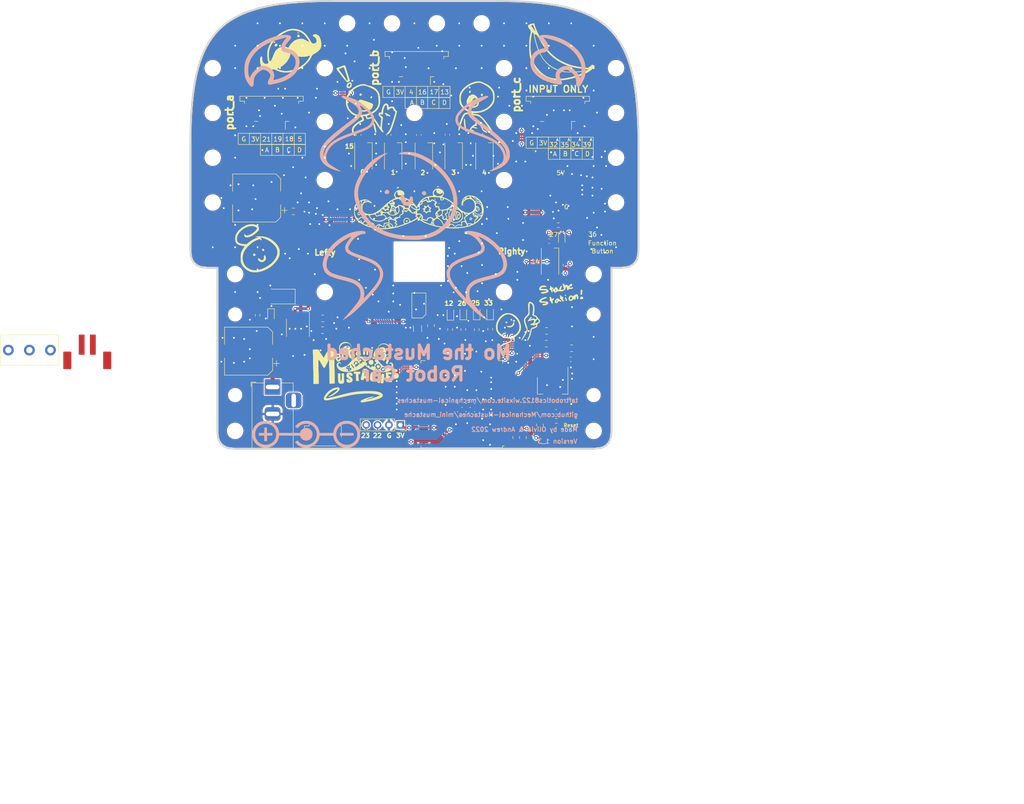
<source format=kicad_pcb>
(kicad_pcb (version 20211014) (generator pcbnew)
  (title_block (date "2021-06-25") (rev "1.0P") (company "EVEZOR"))
  (layers (0 "F.Cu" signal) (31 "B.Cu" signal) (34 "B.Paste" user) (35 "F.Paste" user) (36 "B.SilkS" user "B.Silkscreen") (37 "F.SilkS" user "F.Silkscreen") (38 "B.Mask" user) (39 "F.Mask" user) (44 "Edge.Cuts" user))
  (net 0 "")
  (net 1 "Net-(D1-Pad1)")
  (net 2 "GND")
  (net 3 "/LCD_SCL")
  (net 4 "/LCD_SDA")
  (net 5 "+3V3")
  (net 6 "Net-(D3-Pad1)")
  (net 7 "/RESET")
  (net 8 "/NEO_STATUS")
  (net 9 "/VREG_OUT")
  (net 10 "/FUNCTION_BUTTON")
  (net 11 "/HBT_LED")
  (net 13 "VBUS")
  (net 14 "/NEO_BAR")
  (net 15 "/TXDO")
  (net 16 "/RXD0")
  (net 17 "Net-(D4-Pad1)")
  (net 18 "Net-(D5-Pad1)")
  (net 19 "/BOOT")
  (net 20 "Net-(D10-Pad3)")
  (net 21 "Net-(D10-Pad1)")
  (net 23 "Net-(J8-Pad1)")
  (net 24 "Net-(J8-Pad2)")
  (net 27 "Net-(D8-Pad1)")
  (net 29 "/IO13")
  (net 30 "/IO17")
  (net 31 "/IO16")
  (net 33 "/IO4")
  (net 37 "/IO39")
  (net 38 "Net-(D12-Pad1)")
  (net 39 "Net-(D13-Pad1)")
  (net 40 "Net-(D14-Pad1)")
  (net 41 "Net-(D15-Pad1)")
  (net 43 "/MOTOR_R_2")
  (net 44 "/MOTOR_R_1")
  (net 45 "/MOTOR_L_1")
  (net 46 "/MOTOR_L_2")
  (net 47 "Net-(J16-Pad1)")
  (net 48 "Net-(J16-Pad2)")
  (net 50 "/IO34")
  (net 51 "/IO35")
  (net 52 "/IO32")
  (net 53 "/IO5")
  (net 54 "/IO18")
  (net 55 "/IO19")
  (net 56 "/IO21")
  (footprint "MountingHole:MountingHole_3.2mm_M3_ISO14580" (layer "F.Cu") (at 110 146)
    (fp_text reference "H14")
    (fp_text value "MountingHole")
  )
  (footprint "Resistor_SMD:R_0603_1608Metric" (layer "F.Cu") (at 115 120.175 90)
    (fp_text reference "R7" hide)
    (fp_text value "82k")
  )
  (footprint "MountingHole:MountingHole_3.2mm_M3_ISO14580" (layer "F.Cu") (at 195 65)
    (fp_text reference "H25")
    (fp_text value "MountingHole")
  )
  (footprint "MountingHole:MountingHole_2.7mm_M2.5_ISO14580" (layer "F.Cu") (at 110 138)
    (fp_text reference "H24" hide)
    (fp_text value "MountingHole")
  )
  (footprint "MountingHole:MountingHole_3.2mm_M3_ISO14580" (layer "F.Cu") (at 130 115)
    (fp_text reference "H1")
    (fp_text value "MountingHole")
  )
  (footprint "Capacitor_SMD:C_0603_1608Metric" (layer "F.Cu") (at 157.364648 79.864648 -90)
    (fp_text reference "C21" hide)
    (fp_text value ".1uF")
  )
  (footprint "Capacitor_SMD:C_0805_2012Metric" (layer "F.Cu") (at 129.5475 120.895)
    (fp_text reference "C17" hide)
    (fp_text value ".1uF 100V")
  )
  (footprint "LED_SMD:LED_0603_1608Metric" (layer "F.Cu") (at 163.91 119.701 90)
    (fp_text reference "D14" hide)
    (fp_text value "LED")
  )
  (footprint "Capacitor_SMD:C_0805_2012Metric" (layer "F.Cu") (at 123 97)
    (fp_text reference "C4" hide)
    (fp_text value "4.7uF 100V")
  )
  (footprint "Resistor_SMD:R_0603_1608Metric" (layer "F.Cu") (at 163.91 123.3765 90)
    (fp_text reference "R9" hide)
    (fp_text value "10k")
  )
  (footprint "Symbol:Mustache20mm" (layer "F.Cu") (at 136.836035 131.511913)
    (fp_text reference "G***" hide)
    (fp_text value "LOGO" hide)
  )
  (footprint "MountingHole:MountingHole_3.2mm_M3_ISO14580" (layer "F.Cu") (at 170 65)
    (fp_text reference "H3")
    (fp_text value "MountingHole")
  )
  (footprint "LED_SMD:LED_0603_1608Metric" (layer "F.Cu") (at 118 120.2125 -90)
    (fp_text reference "D8" hide)
    (fp_text value "LED")
  )
  (footprint "Capacitor_SMD:C_0805_2012Metric" (layer "F.Cu") (at 185.08 127.55)
    (fp_text reference "C13" hide)
    (fp_text value "22uF")
  )
  (footprint "MountingHole:MountingHole_2.7mm_M2.5_ISO14580" (layer "F.Cu") (at 110 120)
    (fp_text reference "H21" hide)
    (fp_text value "MountingHole")
  )
  (footprint "MountingHole:MountingHole_3.2mm_M3_ISO14580" (layer "F.Cu") (at 170 90)
    (fp_text reference "H9")
    (fp_text value "MountingHole")
  )
  (footprint "MountingHole:MountingHole_3.2mm_M3_ISO14580" (layer "F.Cu") (at 150 75)
    (fp_text reference "H4")
    (fp_text value "MountingHole")
  )
  (footprint "LED_SMD:LED_SK6812MINI_PLCC4_3.5x3.5mm_P1.75mm" (layer "F.Cu") (at 158.764648 84.614648 90)
    (fp_text reference "D10")
    (fp_text value "SK6812MINI")
  )
  (footprint "Capacitor_SMD:C_0603_1608Metric" (layer "F.Cu") (at 184.88 130.03 180)
    (fp_text reference "C12" hide)
    (fp_text value ".1uF")
  )
  (footprint "LED_SMD:LED_SK6812MINI_PLCC4_3.5x3.5mm_P1.75mm" (layer "F.Cu") (at 180.264 108.123 90)
    (fp_text reference "D6")
    (fp_text value "SK6812MINI")
  )
  (footprint "Capacitor_SMD:CP_Elec_10x10.5" (layer "F.Cu") (at 114.8 94 180)
    (fp_text reference "C3" hide)
    (fp_text value "220uF")
  )
  (footprint "Button_Switch_SMD:SWITCH_2x3_SMD_TACTILE_GREEN" (layer "F.Cu") (at 186.45 102.98 90)
    (fp_text reference "SW1")
    (fp_text value "SW_Push")
  )
  (footprint "MountingHole:MountingHole_2.7mm_M2.5_ISO14580" (layer "F.Cu") (at 190 138)
    (fp_text reference "H23" hide)
    (fp_text value "MountingHole")
  )
  (footprint "MountingHole:MountingHole_3.2mm_M3_ISO14580" (layer "F.Cu") (at 165 55)
    (fp_text reference "H2")
    (fp_text value "MountingHole")
  )
  (footprint "MountingHole:MountingHole_3.2mm_M3_ISO14580" (layer "F.Cu") (at 105 95)
    (fp_text reference "H17")
    (fp_text value "MountingHole")
  )
  (footprint "LED_SMD:LED_0603_1608Metric" (layer "F.Cu") (at 160.91 119.701 90)
    (fp_text reference "D13" hide)
    (fp_text value "LED")
  )
  (footprint "Diode_SMD:D_SMA" (layer "F.Cu") (at 120 116 180)
    (fp_text reference "D1" hide)
    (fp_text value "SX35_SCHOTTKY")
  )
  (footprint "Resistor_SMD:R_0603_1608Metric" (layer "F.Cu") (at 182.118 100.076)
    (fp_text reference "R5" hide)
    (fp_text value "10k")
  )
  (footprint "Connector_JST:JST_XH_2_VERTICAL" (layer "F.Cu") (at 136 105.7 -90)
    (fp_text reference "J8")
    (fp_text value "Conn_01x02_MountingPin")
  )
  (footprint "MountingHole:MountingHole_3.2mm_M3_ISO14580" (layer "F.Cu") (at 170 115)
    (fp_text reference "H6")
    (fp_text value "MountingHole")
  )
  (footprint "MountingHole:MountingHole_3.2mm_M3_ISO14580" (layer "F.Cu") (at 130 90)
    (fp_text reference "H7")
    (fp_text value "MountingHole")
  )
  (footprint "LED_SMD:LED_SK6812MINI_PLCC4_3.5x3.5mm_P1.75mm" (layer "F.Cu") (at 152.104648 84.614648 90)
    (fp_text reference "D9")
    (fp_text value "SK6812MINI")
  )
  (footprint "Connector_JST:JST_XH_2_VERTICAL" (layer "F.Cu") (at 188.95 91.35 90)
    (fp_text reference "J7")
    (fp_text value "Conn_01x02_MountingPin")
  )
  (footprint "MountingHole:MountingHole_3.2mm_M3_ISO14580" (layer "F.Cu") (at 195 75)
    (fp_text reference "H18")
    (fp_text value "MountingHole")
  )
  (footprint "LED_SMD:LED_0603_1608Metric" (layer "F.Cu") (at 158.052 119.794 90)
    (fp_text reference "D12" hide)
    (fp_text value "LED")
  )
  (footprint "MountingHole:MountingHole_3.2mm_M3_ISO14580" (layer "F.Cu") (at 110 111)
    (fp_text reference "H29")
    (fp_text value "MountingHole")
  )
  (footprint "RF_Module:ESP32-WROOM-32U_evezor" (layer "F.Cu") (at 160.58 140.04 180)
    (fp_text reference "U3")
    (fp_text value "ESP32-WROOM-32U")
  )
  (footprint "Connector_JST:JST_XH_2_VERTICAL" (layer "F.Cu") (at 77 132)
    (fp_text reference "J9")
    (fp_text value "Conn_01x02_MountingPin")
  )
  (footprint "Connector_FFC-FPC:TE_84952-6_1x06-1MP_P1.0mm_Horizontal" (layer "F.Cu") (at 150.51 66 180)
    (fp_text reference "J3" hide)
    (fp_text value "Conn_01x06_MountingPin")
  )
  (footprint "MountingHole:MountingHole_3.2mm_M3_ISO14580" (layer "F.Cu") (at 170 77)
    (fp_text reference "H26" hide)
    (fp_text value "MountingHole")
  )
  (footprint "LED_SMD:LED_SK6812MINI_PLCC4_3.5x3.5mm_P1.75mm" (layer "F.Cu") (at 165.639648 84.614648 90)
    (fp_text reference "D11")
    (fp_text value "SK6812MINI")
  )
  (footprint "Package_TO_SOT_SMD:SOT-223-3_TabPin2" (layer "F.Cu") (at 180.848 135.89 -90)
    (fp_text reference "U2" hide)
    (fp_text value "AMS1117-3.3")
  )
  (footprint "LED_SMD:LED_SK6812MINI_PLCC4_3.5x3.5mm_P1.75mm" (layer "F.Cu") (at 145.264648 84.614648 90)
    (fp_text reference "D5")
    (fp_text value "SK6812MINI")
  )
  (footprint "Capacitor_SMD:C_0603_1608Metric" (layer "F.Cu") (at 144.264648 79.914648 -90)
    (fp_text reference "C8" hide)
    (fp_text value ".1uF")
  )
  (footprint "MountingHole:MountingHole_3.2mm_M3_ISO14580" (layer "F.Cu") (at 145 55)
    (fp_text reference "H16")
    (fp_text value "MountingHole")
  )
  (footprint "MountingHole:MountingHole_3.2mm_M3_ISO14580" (layer "F.Cu") (at 195 85)
    (fp_text reference "H20")
    (fp_text value "MountingHole")
  )
  (footprint "MountingHole:MountingHole_3.2mm_M3_ISO14580" (layer "F.Cu") (at 135 55)
    (fp_text reference "H8")
    (fp_text value "MountingHole")
  )
  (footprint "Resistor_SMD:R_0603_1608Metric" (layer "F.Cu") (at 160.91 123.3515 90)
    (fp_text reference "R8" hide)
    (fp_text value "10k")
  )
  (footprint "Capacitor_SMD:C_0805_2012Metric" (layer "F.Cu") (at 172.72 147.49 -90)
    (fp_text reference "C11" hide)
    (fp_text value "22uF")
  )
  (footprint "Symbol:Squiggly" (layer "F.Cu") (at 150.331991 98.425311)
    (fp_text reference "G***" hide)
    (fp_text value "LOGO" hide)
  )
  (footprint "Package_SO:SOIC-10_LV8548MC-AH_evezor" (layer "F.Cu") (at 151 118 90)
    (fp_text reference "U4")
    (fp_text value "MOTOR_DRIVER-LV8548MC-AH")
  )
  (footprint "Symbol:Smiley" (layer "F.Cu") (at 150.552667 103.973728)
    (fp_text reference "G***" hide)
    (fp_text value "LOGO" hide)
  )
  (footprint "Capacitor_SMD:C_0805_2012Metric" (layer "F.Cu") (at 175.69 147.49 -90)
    (fp_text reference "C14" hide)
    (fp_text value "22uF")
  )
  (footprint "MountingHole:MountingHole_3.2mm_M3_ISO14580" (layer "F.Cu") (at 105 85)
    (fp_text reference "H5")
    (fp_text value "MountingHole")
  )
  (footprint "MountingHole:MountingHole_3.2mm_M3_ISO14580" (layer "F.Cu") (at 130 65)
    (fp_text reference "H11")
    (fp_text value "MountingHole")
  )
  (footprint "MountingHole:MountingHole_3.2mm_M3_ISO14580" (layer "F.Cu") (at 190 111)
    (fp_text reference "H28")
    (fp_text value "MountingHole")
  )
  (footprint "Capacitor_SMD:C_0805_2012Metric" (layer "F.Cu") (at 179.42 126.51)
    (fp_text reference "C16" hide)
    (fp_text value "22uF")
  )
  (footprint "Symbol:MustacheSS" (layer "F.Cu") (at 150.93 100.9)
    (fp_text reference "G***" hide)
    (fp_text value "LOGO" hide)
  )
  (footprint "Symbol:stache_station" (layer "F.Cu") (at 152.45 102.34)
    (fp_text reference "G***" hide)
    (fp_text value "LOGO" hide)
  )
  (footprint "Capacitor_SMD:CP_Elec_10x10.5" (layer "F.Cu") (at 113 128.2 180)
    (fp_text reference "C1" hide)
    (fp_text value "220uF")
  )
  (footprint "Connector_BarrelJack:BarrelJack_Horizontal" (layer "F.Cu") (at 118.364 136.2 90)
    (fp_text reference "J4" hide)
    (fp_text value "Barrel_Jack")
  )
  (footprint "Button_Switch_THT:SW_SLIDE_SS-12D10L9" (layer "F.Cu") (at 64.09 127.96)
    (fp_text reference "SW3" hide)
    (fp_text value "SW_SPDT")
  )
  (footprint "Capacitor_SMD:C_0603_1608Metric" (layer "F.Cu") (at 151.004648 79.914648 -90)
    (fp_text reference "C18" hide)
    (fp_text value ".1uF")
  )
  (footprint "Button_Switch_SMD:SWITCH_2x3_SMD_TACTILE_GREEN" (layer "F.Cu") (at 182.52 147.57)
    (fp_text reference "SW2")
    (fp_text value "SW_Push")
  )
  (footprint "Capacitor_SMD:C_0805_2012Metric" (layer "F.Cu") (at 129.5 123.5)
    (fp_text reference "C2" hide)
    (fp_text value "4.7uF 100V")
  )
  (footprint "MountingHole:MountingHole_3.2mm_M3_ISO14580" (layer "F.Cu") (at 105 65)
    (fp_text reference "H13")
    (fp_text value "MountingHole")
  )
  (footprint "Resistor_SMD:R_0603_1608Metric" (layer "F.Cu") (at 166.91 123.2915 90)
    (fp_text reference "R10" hide)
    (fp_text value "10k")
  )
  (footprint "Capacitor_SMD:C_1206_3216Metric" (layer "F.Cu") (at 150.7 123.145 -90)
    (fp_text reference "C6" hide)
    (fp_text value "10uF 50V")
  )
  (footprint "Inductor_SMD:INDUCTOR-68uH" (layer "F.Cu") (at 122 106.25 -90)
    (fp_text reference "L1")
    (fp_text value "68uF")
  )
  (footprint "Connector_JST:JST_SH_SM06B-SRSS-TB_1x06-1MP_P1.00mm_Horizontal" (layer "F.Cu") (at 129.58 146.68)
    (fp_text reference "J2" hide)
    (fp_text value "ftdi_conn")
  )
  (footprint "Connector_FFC-FPC:TE_84952-6_1x06-1MP_P1.0mm_Horizontal" (layer "F.Cu") (at 181.99 76 180)
    (fp_text reference "J1" hide)
    (fp_text value "Conn_01x06_MountingPin")
  )
  (footprint "MountingHole:MountingHole_3.2mm_M3_ISO14580" (layer "F.Cu") (at 155 55)
    (fp_text reference "H10")
    (fp_text value "MountingHole")
  )
  (footprint "Connector_FFC-FPC:TE_84952-6_1x06-1MP_P1.0mm_Horizontal" (layer "F.Cu") (at 118.13 75.98 180)
    (fp_text reference "J6" hide)
    (fp_text value "Conn_01x06_MountingPin")
  )
  (footprint "Resistor_SMD:R_0603_1608Metric" (layer "F.Cu") (at 183.69 108.95 90)
    (fp_text reference "R3" hide)
    (fp_text value "10k")
  )
  (footprint "MountingHole:MountingHole_3.2mm_M3_ISO14580" (layer "F.Cu") (at 190 146)
    (fp_text reference "H19")
    (fp_text value "MountingHole")
  )
  (footprint "Capacitor_SMD:C_0805_2012Metric" (layer "F.Cu") (at 153.7 122.5 -90)
    (fp_text reference "C5" hide)
    (fp_text value ".1uF 100V")
  )
  (footprint "Capacitor_SMD:C_0603_1608Metric" (layer "F.Cu") (at 180.086 103.632)
    (fp_text reference "C10" hide)
    (fp_text value ".1uF")
  )
  (footprint "MountingHole:MountingHole_3.2mm_M3_ISO14580" (layer "F.Cu") (at 130 77)
    (fp_text reference "H27" hide)
    (fp_text value "MountingHole")
  )
  (footprint "LED_SMD:LED_0603_1608Metric" (layer "F.Cu") (at 182.88 103.124 -90)
    (fp_text reference "D3" hide)
    (fp_text value "LED")
  )
  (footprint "Connector_JST:JST_XH_2_VERTICAL" (layer "F.Cu") (at 166.8 106.35 90)
    (fp_text reference "J16")
    (fp_text value "Conn_01x02_MountingPin")
  )
  (footprint "Connector_PinSocket_2.54mm:PinSocket_1x04_P2.54mm_Vertical" (layer "F.Cu") (at 146.86 144.66 -90)
    (fp_text reference "J5" hide)
    (fp_text value "Conn_01x04")
  )
  (footprint "Resistor_SMD:R_0603_1608Metric" (layer "F.Cu") (at 181.66 143.79 180)
    (fp_text reference "R6" hide)
    (fp_text value "10k")
  )
  (footprint "LED_SMD:LED_0603_1608Metric" (layer "F.Cu") (at 166.91 119.701 90)
    (fp_text reference "D15" hide)
    (fp_text value "LED")
  )
  (footprint "Capacitor_SMD:C_0603_1608Metric" (layer "F.Cu") (at 164.76 79.7 -90)
    (fp_text reference "C22" hide)
    (fp_text value ".1uF")
  )
  (footprint "Capacitor_SMD:C_0603_1608Metric" (layer "F.Cu") (at 137.589648 79.914648 90)
    (fp_text reference "C14" hide)
    (fp_text value ".1uF")
  )
  (footprint "MountingHole:MountingHole_3.2mm_M3_ISO14580" (layer "F.Cu") (at 105 75)
    (fp_text reference "H12")
    (fp_text value "MountingHole")
  )
  (footprint "Capacitor_SMD:C_0603_1608Metric" (layer "F.Cu") (at 181.62 141.72 180)
    (fp_text reference "C9" hide)
    (fp_text value ".1uF")
  )
  (footprint "Resistor_SMD:R_0603_1608Metric" (layer "F.Cu") (at 157.962 123.3765 90)
    (fp_text reference "R4" hide)
    (fp_text value "10k")
  )
  (footprint "MountingHole:MountingHole_2.7mm_M2.5_ISO14580" (layer "F.Cu") (at 190 120)
    (fp_text reference "H22" hide)
    (fp_text value "MountingHole")
  )
  (footprint "Package_SO:SOIC-8_3.9x4.9mm_P1.27mm" (layer "F.Cu") (at 124 123 -90)
    (fp_text reference "U1" hide)
    (fp_text value "XL1509")
  )
  (footprint "LED_SMD:LED_SK6812MINI_PLCC4_3.5x3.5mm_P1.75mm" (layer "F.Cu") (at 138.639648 84.614648 90)
    (fp_text reference "D4")
    (fp_text value "SK6812MINI")
  )
  (footprint "Capacitor_SMD:C_0805_2012Metric" (layer "F.Cu") (at 178 144.69 90)
    (fp_text reference "C7" hide)
    (fp_text value "22uF")
  )
  (footprint "MountingHole:MountingHole_3.2mm_M3_ISO14580" (layer "F.Cu") (at 195 95)
    (fp_text reference "H15")
    (fp_text value "MountingHole")
  )
  (footprint "Capacitor_SMD:C_0805_2012Metric" (layer "F.Cu") (at 179.48 123.67)
    (fp_text reference "C15" hide)
    (fp_text value "22uF")
  )
  (footprint "Drawing:backside" (layer "B.Cu") (at 150.791333 102.357578 180)
    (fp_text reference "G***" hide)
    (fp_text value "LOGO" hide)
  )
  (footprint "Symbol:Polarity_Center_Positive_6mm_SilkScreen" (layer "B.Cu") (at 125.86 146.76 180)
    (fp_text reference "REF**" hide)
    (fp_text value "Polarity_Center_Positive_6mm_SilkScreen" hide)
  )
  (gr_rect (start 189.925 82.905) (end 174.925 80.405) (layer "F.SilkS") (width 0.12) (fill none))
  (gr_line (start 182.44 82.85) (end 182.44 85.35) (layer "F.SilkS") (width 0.12))
  (gr_line (start 120.675 79.555) (end 118.175 79.555) (layer "F.SilkS") (width 0.12))
  (gr_line (start 179.925 82.905) (end 179.925 80.405) (layer "F.SilkS") (width 0.12))
  (gr_line (start 184.925 80.405) (end 182.425 80.405) (layer "F.SilkS") (width 0.12))
  (gr_line (start 120.67 84.49) (end 120.67 81.99) (layer "F.SilkS") (width 0.12))
  (gr_line (start 150.46 71.56) (end 150.46 69.06) (layer "F.SilkS") (width 0.12))
  (gr_line (start 150.49 71.51) (end 150.49 74.01) (layer "F.SilkS") (width 0.12))
  (gr_line (start 123.175 79.555) (end 123.175 82.055) (layer "F.SilkS") (width 0.12))
  (gr_line (start 177.425 80.405) (end 177.425 82.905) (layer "F.SilkS") (width 0.12))
  (gr_rect (start 125.68 84.49) (end 115.64 82.03) (layer "F.SilkS") (width 0.12) (fill none))
  (gr_line (start 187.44 85.36) (end 187.44 82.86) (layer "F.SilkS") (width 0.12))
  (gr_line (start 155.47 73.99) (end 155.47 71.49) (layer "F.SilkS") (width 0.12))
  (gr_line (start 184.92 85.36) (end 184.92 82.86) (layer "F.SilkS") (width 0.12))
  (gr_line (start 118.19 81.98) (end 118.19 84.48) (layer "F.SilkS") (width 0.12))
  (gr_line (start 187.425 80.405) (end 187.425 82.905) (layer "F.SilkS") (width 0.12))
  (gr_rect (start 125.675 82.055) (end 110.675 79.555) (layer "F.SilkS") (width 0.12) (fill none))
  (gr_line (start 145.46 69.06) (end 145.46 71.56) (layer "F.SilkS") (width 0.12))
  (gr_rect (start 157.96 71.56) (end 142.96 69.06) (layer "F.SilkS") (width 0.12) (fill none))
  (gr_line (start 118.175 82.055) (end 118.175 79.555) (layer "F.SilkS") (width 0.12))
  (gr_line (start 115.675 79.555) (end 113.175 79.555) (layer "F.SilkS") (width 0.12))
  (gr_line (start 187.425 82.905) (end 184.925 82.905) (layer "F.SilkS") (width 0.12))
  (gr_line (start 152.96 71.56) (end 152.96 69.06) (layer "F.SilkS") (width 0.12))
  (gr_line (start 120.675 82.055) (end 120.675 79.555) (layer "F.SilkS") (width 0.12))
  (gr_line (start 115.675 82.055) (end 115.675 79.555) (layer "F.SilkS") (width 0.12))
  (gr_line (start 113.175 79.555) (end 113.175 82.055) (layer "F.SilkS") (width 0.12))
  (gr_rect (start 189.93 85.36) (end 179.89 82.9) (layer "F.SilkS") (width 0.12) (fill none))
  (gr_line (start 123.19 84.49) (end 123.19 81.99) (layer "F.SilkS") (width 0.12))
  (gr_rect (start 157.96 74.02) (end 147.92 71.56) (layer "F.SilkS") (width 0.12) (fill none))
  (gr_line (start 179.925 80.405) (end 177.425 80.405) (layer "F.SilkS") (width 0.12))
  (gr_line (start 155.46 69.06) (end 155.46 71.56) (layer "F.SilkS") (width 0.12))
  (gr_line (start 182.425 82.905) (end 182.425 80.405) (layer "F.SilkS") (width 0.12))
  (gr_line (start 123.175 82.055) (end 120.675 82.055) (layer "F.SilkS") (width 0.12))
  (gr_line (start 147.92 71.56) (end 147.92 69.06) (layer "F.SilkS") (width 0.12))
  (gr_line (start 152.96 73.98) (end 152.96 71.48) (layer "F.SilkS") (width 0.12))
  (gr_line (start 184.925 82.905) (end 184.925 80.405) (layer "F.SilkS") (width 0.12))
  (gr_curve (pts (xy 191.814848 149.748579) (xy 192.093727 149.671161) (xy 192.285047 149.56941) (xy 192.478757 149.446802)) (layer "Edge.Cuts") (width 0.4))
  (gr_curve (pts (xy 131.896933 49.99) (xy 131.019282 49.994883) (xy 130.141631 49.999765) (xy 129.280261 50.016183)) (layer "Edge.Cuts") (width 0.4))
  (gr_curve (pts (xy 199.044315 108.624197) (xy 199.208918 108.459594) (xy 199.347701 108.269169) (xy 199.466802 108.080999)) (layer "Edge.Cuts") (width 0.4))
  (gr_curve (pts (xy 100.423947 72.35928) (xy 100.268125 73.851083) (xy 100.172244 75.294645) (xy 100.113487 76.82093)) (layer "Edge.Cuts") (width 0.4))
  (gr_curve (pts (xy 195.652875 58.868607) (xy 194.990409 57.851995) (xy 194.219968 56.962892) (xy 193.601816 56.336678)) (layer "Edge.Cuts") (width 0.4))
  (gr_curve (pts (xy 198.710668 66.630529) (xy 198.584025 66.060379) (xy 198.447471 65.506777) (xy 198.291745 64.952016)) (layer "Edge.Cuts") (width 0.4))
  (gr_curve (pts (xy 102.187067 63.457678) (xy 102.01869 63.95679) (xy 101.858462 64.476885) (xy 101.710232 65.017099)) (layer "Edge.Cuts") (width 0.4))
  (gr_curve (pts (xy 197.267397 61.95148) (xy 196.906802 61.106014) (xy 196.337497 59.91922) (xy 195.652875 58.868607)) (layer "Edge.Cuts") (width 0.4))
  (gr_curve (pts (xy 199.983817 79.260261) (xy 199.967874 78.423764) (xy 199.941053 77.602621) (xy 199.905269 76.793654)) (layer "Edge.Cuts") (width 0.4))
  (gr_line (start 193.987641 109.589883) (end 193.987641 146.127258) (layer "Edge.Cuts") (width 0.4))
  (gr_curve (pts (xy 103.471507 60.406178) (xy 103.200701 60.931659) (xy 102.944353 61.489378) (xy 102.72551 62.016937)) (layer "Edge.Cuts") (width 0.4))
  (gr_curve (pts (xy 113.412333 52.189345) (xy 112.945246 52.345223) (xy 112.533879 52.492738) (xy 111.97148 52.732603)) (layer "Edge.Cuts") (width 0.4))
  (gr_line (start 168.123067 49.99) (end 131.896933 49.99) (layer "Edge.Cuts") (width 0.4))
  (gr_line (start 193.987641 109.589883) (end 196.147258 109.589883) (layer "Edge.Cuts") (width 0.4))
  (gr_curve (pts (xy 177.64072 50.403947) (xy 176.148917 50.248125) (xy 174.705355 50.152244) (xy 173.17907 50.093487)) (layer "Edge.Cuts") (width 0.4))
  (gr_curve (pts (xy 100.94138 68.491982) (xy 100.767323 69.530436) (xy 100.569489 70.9659) (xy 100.423947 72.35928)) (layer "Edge.Cuts") (width 0.4))
  (gr_curve (pts (xy 183.3048 51.275003) (xy 182.744541 51.148707) (xy 182.219446 51.040624) (xy 181.508018 50.92138)) (layer "Edge.Cuts") (width 0.4))
  (gr_curve (pts (xy 114.972016 51.708255) (xy 114.433164 51.859515) (xy 113.893219 52.028862) (xy 113.412333 52.189345)) (layer "Edge.Cuts") (width 0.4))
  (gr_rect (start 145.58 112.54) (end 156.61 103.9) (layer "Edge.Cuts") (width 0.05) (fill none))
  (gr_curve (pts (xy 197.837208 109.348461) (xy 198.116086 109.271044) (xy 198.307407 109.169293) (xy 198.501117 109.046685)) (layer "Edge.Cuts") (width 0.4))
  (gr_curve (pts (xy 100.01 105.727141) (xy 100.071487 106.358777) (xy 100.132974 106.990413) (xy 100.251421 107.41709)) (layer "Edge.Cuts") (width 0.4))
  (gr_curve (pts (xy 124.497111 50.225644) (xy 123.762199 50.277039) (xy 123.040182 50.337775) (xy 122.330634 50.408923)) (layer "Edge.Cuts") (width 0.4))
  (gr_curve (pts (xy 192.478757 149.446802) (xy 192.666927 149.327701) (xy 192.857352 149.188918) (xy 193.021955 149.024315)) (layer "Edge.Cuts") (width 0.4))
  (gr_curve (pts (xy 199.466802 108.080999) (xy 199.58941 107.887289) (xy 199.691161 107.695969) (xy 199.768579 107.41709)) (layer "Edge.Cuts") (width 0.4))
  (gr_curve (pts (xy 100.553198 108.080999) (xy 100.672299 108.269169) (xy 100.811082 108.459594) (xy 100.975685 108.624197)) (layer "Edge.Cuts") (width 0.4))
  (gr_curve (pts (xy 101.710232 65.017099) (xy 101.557612 65.573312) (xy 101.417711 66.150853) (xy 101.295003 66.6952)) (layer "Edge.Cuts") (width 0.4))
  (gr_curve (pts (xy 118.447873 50.932577) (xy 117.841623 51.039157) (xy 117.237312 51.158995) (xy 116.650529 51.289332)) (layer "Edge.Cuts") (width 0.4))
  (gr_curve (pts (xy 200.01 81.876933) (xy 200.005117 80.999282) (xy 200.000235 80.121631) (xy 199.983817 79.260261)) (layer "Edge.Cuts") (width 0.4))
  (gr_curve (pts (xy 196.147258 109.589883) (xy 196.778894 109.528395) (xy 197.410531 109.466908) (xy 197.837208 109.348461)) (layer "Edge.Cuts") (width 0.4))
  (gr_curve (pts (xy 122.330634 50.408923) (xy 121.644999 50.477674) (xy 120.971008 50.556147) (xy 120.314221 50.644568)) (layer "Edge.Cuts") (width 0.4))
  (gr_curve (pts (xy 129.280261 50.016183) (xy 128.443764 50.032126) (xy 127.622621 50.058947) (xy 126.813654 50.094731)) (layer "Edge.Cuts") (width 0.4))
  (gr_line (start 200.01 105.727141) (end 200.01 81.876933) (layer "Edge.Cuts") (width 0.4))
  (gr_curve (pts (xy 197.810655 63.392333) (xy 197.654777 62.925246) (xy 197.507262 62.513879) (xy 197.267397 61.95148)) (layer "Edge.Cuts") (width 0.4))
  (gr_curve (pts (xy 107.541243 149.446802) (xy 107.734953 149.56941) (xy 107.926273 149.671161) (xy 108.205152 149.748579)) (layer "Edge.Cuts") (width 0.4))
  (gr_curve (pts (xy 199.067423 68.427873) (xy 198.960843 67.821623) (xy 198.841005 67.217312) (xy 198.710668 66.630529)) (layer "Edge.Cuts") (width 0.4))
  (gr_curve (pts (xy 199.768579 107.41709) (xy 199.887026 106.990413) (xy 199.948513 106.358777) (xy 200.01 105.727141)) (layer "Edge.Cuts") (width 0.4))
  (gr_curve (pts (xy 199.905269 76.793654) (xy 199.870572 76.009254) (xy 199.827448 75.236302) (xy 199.774356 74.477111)) (layer "Edge.Cuts") (width 0.4))
  (gr_curve (pts (xy 190.124899 149.99) (xy 190.756535 149.928513) (xy 191.388171 149.867026) (xy 191.814848 149.748579)) (layer "Edge.Cuts") (width 0.4))
  (gr_curve (pts (xy 193.444443 148.481117) (xy 193.567051 148.287407) (xy 193.668802 148.096086) (xy 193.746219 147.817208)) (layer "Edge.Cuts") (width 0.4))
  (gr_curve (pts (xy 102.182792 109.348461) (xy 102.609469 109.466908) (xy 103.241106 109.528395) (xy 103.872742 109.589883)) (layer "Edge.Cuts") (width 0.4))
  (gr_curve (pts (xy 106.998045 149.024315) (xy 107.162648 149.188918) (xy 107.353073 149.327701) (xy 107.541243 149.446802)) (layer "Edge.Cuts") (width 0.4))
  (gr_curve (pts (xy 187.983063 52.70551) (xy 187.491991 52.501803) (xy 187.027052 52.330592) (xy 186.542322 52.167067)) (layer "Edge.Cuts") (width 0.4))
  (gr_curve (pts (xy 184.982901 51.690232) (xy 184.426688 51.537612) (xy 183.849147 51.397711) (xy 183.3048 51.275003)) (layer "Edge.Cuts") (width 0.4))
  (gr_curve (pts (xy 199.774356 74.477111) (xy 199.722961 73.742199) (xy 199.662225 73.020182) (xy 199.591077 72.310634)) (layer "Edge.Cuts") (width 0.4))
  (gr_curve (pts (xy 108.888607 54.347125) (xy 107.871995 55.009591) (xy 106.982892 55.780032) (xy 106.356678 56.398184)) (layer "Edge.Cuts") (width 0.4))
  (gr_curve (pts (xy 193.601816 56.336678) (xy 193.167781 55.896983) (xy 192.808826 55.586895) (xy 192.403199 55.267091)) (layer "Edge.Cuts") (width 0.4))
  (gr_curve (pts (xy 116.650529 51.289332) (xy 116.080379 51.415975) (xy 115.526777 51.552529) (xy 114.972016 51.708255)) (layer "Edge.Cuts") (width 0.4))
  (gr_curve (pts (xy 193.746219 147.817208) (xy 193.864666 147.390531) (xy 193.926153 146.758894) (xy 193.987641 146.127258)) (layer "Edge.Cuts") (width 0.4))
  (gr_curve (pts (xy 102.72551 62.016937) (xy 102.521803 62.508009) (xy 102.350592 62.972948) (xy 102.187067 63.457678)) (layer "Edge.Cuts") (width 0.4))
  (gr_curve (pts (xy 106.575557 148.481117) (xy 106.694659 148.669286) (xy 106.833441 148.859711) (xy 106.998045 149.024315)) (layer "Edge.Cuts") (width 0.4))
  (gr_curve (pts (xy 198.501117 109.046685) (xy 198.689286 108.927583) (xy 198.879711 108.788801) (xy 199.044315 108.624197)) (layer "Edge.Cuts") (width 0.4))
  (gr_curve (pts (xy 105.287091 57.596801) (xy 104.96336 58.007409) (xy 104.629672 58.465843) (xy 104.325367 58.932799)) (layer "Edge.Cuts") (width 0.4))
  (gr_curve (pts (xy 192.403199 55.267091) (xy 191.992591 54.94336) (xy 191.534157 54.609672) (xy 191.067201 54.305367)) (layer "Edge.Cuts") (width 0.4))
  (gr_curve (pts (xy 106.356678 56.398184) (xy 105.916983 56.832219) (xy 105.606895 57.191174) (xy 105.287091 57.596801)) (layer "Edge.Cuts") (width 0.4))
  (gr_line (start 106.032359 109.589883) (end 103.872742 109.589883) (layer "Edge.Cuts") (width 0.4))
  (gr_curve (pts (xy 199.355432 70.294221) (xy 199.270153 69.660769) (xy 199.17562 69.043322) (xy 199.067423 68.427873)) (layer "Edge.Cuts") (width 0.4))
  (gr_curve (pts (xy 100.975685 108.624197) (xy 101.140289 108.788801) (xy 101.330714 108.927583) (xy 101.518883 109.046685)) (layer "Edge.Cuts") (width 0.4))
  (gr_curve (pts (xy 189.593822 53.451507) (xy 189.068341 53.180701) (xy 188.510622 52.924353) (xy 187.983063 52.70551)) (layer "Edge.Cuts") (width 0.4))
  (gr_curve (pts (xy 101.518883 109.046685) (xy 101.712593 109.169293) (xy 101.903914 109.271044) (xy 102.182792 109.348461)) (layer "Edge.Cuts") (width 0.4))
  (gr_curve (pts (xy 101.295003 66.6952) (xy 101.168707 67.255459) (xy 101.060624 67.780554) (xy 100.94138 68.491982)) (layer "Edge.Cuts") (width 0.4))
  (gr_curve (pts (xy 191.067201 54.305367) (xy 190.592261 53.99586) (xy 190.108505 53.716748) (xy 189.593822 53.451507)) (layer "Edge.Cuts") (width 0.4))
  (gr_curve (pts (xy 108.205152 149.748579) (xy 108.631829 149.867026) (xy 109.263465 149.928513) (xy 109.895101 149.99)) (layer "Edge.Cuts") (width 0.4))
  (gr_curve (pts (xy 126.813654 50.094731) (xy 126.029254 50.129428) (xy 125.256302 50.172552) (xy 124.497111 50.225644)) (layer "Edge.Cuts") (width 0.4))
  (gr_curve (pts (xy 181.508018 50.92138) (xy 180.469564 50.747323) (xy 179.0341 50.549489) (xy 177.64072 50.403947)) (layer "Edge.Cuts") (width 0.4))
  (gr_curve (pts (xy 173.17907 50.093487) (xy 171.556092 50.031007) (xy 169.83958 50.010504) (xy 168.123067 49.99)) (layer "Edge.Cuts") (width 0.4))
  (gr_curve (pts (xy 120.314221 50.644568) (xy 119.680769 50.729847) (xy 119.063322 50.82438) (xy 118.447873 50.932577)) (layer "Edge.Cuts") (width 0.4))
  (gr_curve (pts (xy 100.251421 107.41709) (xy 100.328839 107.695969) (xy 100.43059 107.887289) (xy 100.553198 108.080999)) (layer "Edge.Cuts") (width 0.4))
  (gr_curve (pts (xy 106.273781 147.817208) (xy 106.351198 148.096086) (xy 106.452949 148.287407) (xy 106.575557 148.481117)) (layer "Edge.Cuts") (width 0.4))
  (gr_curve (pts (xy 100.113487 76.82093) (xy 100.051007 78.443908) (xy 100.030504 80.16042) (xy 100.01 81.876933)) (layer "Edge.Cuts") (width 0.4))
  (gr_curve (pts (xy 106.032359 146.127258) (xy 106.093847 146.758894) (xy 106.155334 147.390531) (xy 106.273781 147.817208)) (layer "Edge.Cuts") (width 0.4))
  (gr_curve (pts (xy 199.591077 72.310634) (xy 199.522326 71.624999) (xy 199.443853 70.951008) (xy 199.355432 70.294221)) (layer "Edge.Cuts") (width 0.4))
  (gr_curve (pts (xy 193.021955 149.024315) (xy 193.186559 148.859711) (xy 193.325341 148.669286) (xy 193.444443 148.481117)) (layer "Edge.Cuts") (width 0.4))
  (gr_curve (pts (xy 111.97148 52.732603) (xy 111.126014 53.093198) (xy 109.93922 53.662503) (xy 108.888607 54.347125)) (layer "Edge.Cuts") (width 0.4))
  (gr_line (start 100.01 105.727141) (end 100.01 81.876933) (layer "Edge.Cuts") (width 0.4))
  (gr_curve (pts (xy 186.542322 52.167067) (xy 186.04321 51.99869) (xy 185.523115 51.838462) (xy 184.982901 51.690232)) (layer "Edge.Cuts") (width 0.4))
  (gr_line (start 190.124899 149.99) (end 109.895101 149.99) (layer "Edge.Cuts") (width 0.4))
  (gr_curve (pts (xy 104.325367 58.932799) (xy 104.01586 59.407739) (xy 103.736748 59.891495) (xy 103.471507 60.406178)) (layer "Edge.Cuts") (width 0.4))
  (gr_line (start 106.032359 146.127258) (end 106.032359 109.589883) (layer "Edge.Cuts") (width 0.4))
  (gr_curve (pts (xy 198.291745 64.952016) (xy 198.140485 64.413164) (xy 197.971138 63.873219) (xy 197.810655 63.392333)) (layer "Edge.Cuts") (width 0.4))
  (gr_text "Mo the Mustached \nRobot Car" (at 149.74 130.9) (layer "B.SilkS") (effects (font (size 3 3) (thickness 0.7)) (justify mirror)))
  (gr_text "taftrobotics8122.wixsite.com/mechanical-mustaches" (at 166.33 139.2) (layer "B.SilkS") (effects (font (size 1 1) (thickness 0.2)) (justify mirror)))
  (gr_text "Made by Olivia & Andrew 2022" (at 174.56 145.67) (layer "B.SilkS") (effects (font (size 1 1) (thickness 0.2)) (justify mirror)))
  (gr_text "github.com/Mechanical-Mustaches/mini_mustache" (at 167.1 142.37) (layer "B.SilkS") (effects (font (size 1 1) (thickness 0.2)) (justify mirror)))
  (gr_text "Version 1_3" (at 181.93 148.33) (layer "B.SilkS") (effects (font (size 1 1) (thickness 0.2)) (justify mirror)))
  (gr_text "B" (at 183.69 84.13) (layer "F.SilkS") (effects (font (size 1 1))))
  (gr_text "1" (at 145.275 88.28) (layer "F.SilkS") (effects (font (size 1 1) (thickness 0.25))))
  (gr_text "B" (at 119.44 83.26) (layer "F.SilkS") (effects (font (size 1 1))))
  (gr_text "port_b" (at 141.13 64.95 90) (layer "F.SilkS") (effects (font (size 1.7 1.7) (thickness 0.425))))
  (gr_text "3" (at 158.75 88.305) (layer "F.SilkS") (effects (font (size 1 1) (thickness 0.25))))
  (gr_text "17" (at 154.36 70.335) (layer "F.SilkS") (effects (font (size 1 1))))
  (gr_text "35" (at 183.56 82.14) (layer "F.SilkS") (effects (font (size 1 1))))
  (gr_text "A" (at 149.43 72.7) (layer "F.SilkS") (effects (font (size 1 1))))
  (gr_text "Reset" (at 184.94 144.76) (layer "F.SilkS") (effects (font (size 0.8 0.8))))
  (gr_text "4" (at 149.31 70.385) (layer "F.SilkS") (effects (font (size 1 1))))
  (gr_text "port_c" (at 172.74 70.93 90) (layer "F.SilkS") (effects (font (size 1.7 1.7) (thickness 0.425))))
  (gr_text "25" (at 163.66 117.47) (layer "F.SilkS") (effects (font (size 1 1) (thickness 0.25))))
  (gr_text "Button" (at 191.98 105.87) (layer "F.SilkS") (effects (font (size 1 1))))
  (gr_text "3V" (at 146.76 70.385) (layer "F.SilkS") (effects (font (size 1 1))))
  (gr_text "0" (at 138.43 88.23) (layer "F.SilkS") (effects (font (size 1 1) (thickness 0.25))))
  (gr_text "G" (at 111.925 80.855) (layer "F.SilkS") (effects (font (size 1 1))))
  (gr_text "INPUT ONLY" (at 182.12 69.69) (layer "F.SilkS") (effects (font (size 1.5 1.5) (thickness 0.3))))
  (gr_text "port_a" (at 108.74 74.88 90) (layer "F.SilkS") (effects (font (size 1.7 1.7) (thickness 0.425))))
  (gr_text "26" (at 160.6 117.52) (layer "F.SilkS") (effects (font (size 1 1) (thickness 0.25))))
  (gr_text "4" (at 165.608 88.33) (layer "F.SilkS") (effects (font (size 1 1) (thickness 0.25))))
  (gr_text "33" (at 166.52 117.47) (layer "F.SilkS") (effects (font (size 1 1) (thickness 0.25))))
  (gr_text "D" (at 156.7 72.7) (layer "F.SilkS") (effects (font (size 1 1))))
  (gr_text "A" (at 189.41 80.98) (layer "F.SilkS") (effects (font (size 0.6 0.6))))
  (gr_text "14" (at 177 108.204) (layer "F.SilkS") (effects (font (size 1 1))))
  (gr_text "27" (at 181.05 102.17) (layer "F.SilkS") (effects (font (size 1 1))))
  (gr_text "D" (at 124.36 83.29) (layer "F.SilkS") (effects (font (size 1 1))))
  (gr_text "Function" (at 191.93 104.07) (layer "F.SilkS") (effects (font (size 1 1))))
  (gr_text "A" (at 181.91 81.01) (layer "F.SilkS") (effects (font (size 0.6 0.6))))
  (gr_text "A" (at 186.9 80.96) (layer "F.SilkS") (effects (font (size 0.6 0.6))))
  (gr_text "G" (at 144.21 70.36) (layer "F.SilkS") (effects (font (size 1 1))))
  (gr_text "3V" (at 178.725 81.73) (layer "F.SilkS") (effects (font (size 1 1))))
  (gr_text "G" (at 183.896 96.012) (layer "F.SilkS") (effects (font (size 1 1))))
  (gr_text "16" (at 151.785 70.36) (layer "F.SilkS") (effects (font (size 1 1))))
  (gr_text "23" (at 139.08 147.05) (layer "F.SilkS") (effects (font (size 1 1) (thickness 0.25))))
  (gr_text "D" (at 188.61 84.16) (layer "F.SilkS") (effects (font (size 1 1))))
  (gr_text "2" (at 151.892 88.355) (layer "F.SilkS") (effects (font (size 1 1) (thickness 0.25))))
  (gr_text "G" (at 176.175 81.705) (layer "F.SilkS") (effects (font (size 1 1))))
  (gr_text "19" (at 119.5 80.855) (layer "F.SilkS") (effects (font (size 1 1))))
  (gr_text "5V" (at 182.626 88.392) (layer "F.SilkS") (effects (font (size 1 1))))
  (gr_text "C" (at 121.96 83.26) (layer "F.SilkS") (effects (font (size 1 1))))
  (gr_text "Lefty" (at 130.048 106.172) (layer "F.SilkS") (effects (font (size 1.3 1.3) (thickness 0.325))))
  (gr_text "A" (at 181.34 84.16) (layer "F.SilkS") (effects (font (size 1 1))))
  (gr_text "Righty" (at 171.704 105.918) (layer "F.SilkS") (effects (font (size 1.3 1.3) (thickness 0.325))))
  (gr_text "22" (at 141.73 147.05) (layer "F.SilkS") (effects (font (size 1 1) (thickness 0.25))))
  (gr_text "C" (at 186.21 84.13) (layer "F.SilkS") (effects (font (size 1 1))))
  (gr_text "12" (at 157.69 117.53) (layer "F.SilkS") (effects (font (size 1 1) (thickness 0.25))))
  (gr_text "15" (at 135.48 82.46) (layer "F.SilkS") (effects (font (size 1 1) (thickness 0.25))))
  (gr_text "3V" (at 146.87 147.03) (layer "F.SilkS") (effects (font (size 1 1) (thickness 0.25))))
  (gr_text "32" (at 181.05 82.1) (layer "F.SilkS") (effects (font (size 1 1))))
  (gr_text "B" (at 151.78 72.67) (layer "F.SilkS") (effects (font (size 1 1))))
  (gr_text "18" (at 122.075 80.83) (layer "F.SilkS") (effects (font (size 1 1))))
  (gr_text "C" (at 154.3 72.67) (layer "F.SilkS") (effects (font (size 1 1))))
  (gr_text "3V" (at 114.475 80.88) (layer "F.SilkS") (effects (font (size 1 1))))
  (gr_text "39" (at 188.51 82.11) (layer "F.SilkS") (effects (font (size 1 1))))
  (gr_text "36" (at 189.75 102.1) (layer "F.SilkS") (effects (font (size 1 1))))
  (gr_text "21" (at 117.025 80.88) (layer "F.SilkS") (effects (font (size 1 1))))
  (gr_text "A" (at 184.46 80.99) (layer "F.SilkS") (effects (font (size 0.6 0.6))))
  (gr_text "G" (at 144.36 147.06) (layer "F.SilkS") (effects (font (size 1 1) (thickness 0.25))))
  (gr_text "34" (at 185.99 82.1) (layer "F.SilkS") (effects (font (size 1 1))))
  (gr_text "13" (at 156.735 70.36) (layer "F.SilkS") (effects (font (size 1 1))))
  (gr_text "5" (at 124.45 80.855) (layer "F.SilkS") (effects (font (size 1 1))))
  (gr_text "A" (at 117.09 83.29) (layer "F.SilkS") (effects (font (size 1 1))))
  (segment (start 123.9 116) (end 124.635 116.735) (width 0.7) (layer "F.Cu") (net 1))
  (segment (start 124.635 116.735) (end 124.635 120.525) (width 0.7) (layer "F.Cu") (net 1))
  (segment (start 122 116) (end 123.9 116) (width 0.7) (layer "F.Cu") (net 1))
  (segment (start 122 111) (end 122 116) (width 0.7) (layer "F.Cu") (net 1))
  (via (at 146.05 138.684) (size 0.8) (drill 0.4) (layers "F.Cu" "B.Cu") (net 2))
  (via (at 124.206 105.41) (size 0.8) (drill 0.4) (layers "F.Cu" "B.Cu") (net 2))
  (via (at 146.05 141.224) (size 0.8) (drill 0.4) (layers "F.Cu" "B.Cu") (net 2))
  (via (at 187.452 92.202) (size 0.8) (drill 0.4) (layers "F.Cu" "B.Cu") (net 2))
  (via (at 140.998 98.64) (size 0.8) (drill 0.4) (layers "F.Cu" "B.Cu") (net 2))
  (via (at 132.842 68.072) (size 0.8) (drill 0.4) (layers "F.Cu" "B.Cu") (net 2))
  (via (at 174.752 125.73) (size 0.8) (drill 0.4) (layers "F.Cu" "B.Cu") (net 2))
  (via (at 141.986 117.094) (size 0.8) (drill 0.4) (layers "F.Cu" "B.Cu") (net 2))
  (via (at 120.396 124.46) (size 0.8) (drill 0.4) (layers "F.Cu" "B.Cu") (net 2))
  (via (at 185 55) (size 0.8) (drill 0.4) (layers "F.Cu" "B.Cu") (net 2))
  (via (at 141.478 84.074) (size 0.8) (drill 0.4) (layers "F.Cu" "B.Cu") (net 2))
  (via (at 156.464 82.042) (size 0.8) (drill 0.4) (layers "F.Cu" "B.Cu") (net 2))
  (via (at 135.382 122.936) (size 0.8) (drill 0.4) (layers "F.Cu" "B.Cu") (net 2))
  (via (at 115 55) (size 0.8) (drill 0.4) (layers "F.Cu" "B.Cu") (net 2))
  (via (at 165.608 120.65) (size 0.8) (drill 0.4) (layers "F.Cu" "B.Cu") (net 2))
  (via (at 159.258 114.046) (size 0.8) (drill 0.4) (layers "F.Cu" "B.Cu") (net 2))
  (via (at 128.016 97.536) (size 0.8) (drill 0.4) (layers "F.Cu" "B.Cu") (net 2))
  (via (at 172.974 112.268) (size 0.8) (drill 0.4) (layers "F.Cu" "B.Cu") (net 2))
  (via (at 145.288 115.316) (size 0.8) (drill 0.4) (layers "F.Cu" "B.Cu") (net 2))
  (via (at 135.89 86.868) (size 0.8) (drill 0.4) (layers "F.Cu" "B.Cu") (net 2))
  (via (at 121.158 106.426) (size 0.8) (drill 0.4) (layers "F.Cu" "B.Cu") (net 2))
  (via (at 130.81 94.742) (size 0.8) (drill 0.4) (layers "F.Cu" "B.Cu") (net 2))
  (via (at 126.492 97.282) (size 0.8) (drill 0.4) (layers "F.Cu" "B.Cu") (net 2))
  (via (at 161.29 128.778) (size 0.8) (drill 0.4) (layers "F.Cu" "B.Cu") (net 2))
  (via (at 175.768 127) (size 0.8) (drill 0.4) (layers "F.Cu" "B.Cu") (net 2))
  (via (at 185.38 83.34) (size 0.8) (drill 0.4) (layers "F.Cu" "B.Cu") (net 2))
  (via (at 153.162 65.024) (size 0.8) (drill 0.4) (layers "F.Cu" "B.Cu") (net 2))
  (via (at 130 55) (size 0.8) (drill 0.4) (layers "F.Cu" "B.Cu") (net 2))
  (via (at 174.752 123.952) (size 0.8) (drill 0.4) (layers "F.Cu" "B.Cu") (net 2))
  (via (at 164.92 132.78) (size 0.8) (drill 0.4) (layers "F.Cu" "B.Cu") (net 2))
  (via (at 162.56 86.614) (size 0.8) (drill 0.4) (layers "F.Cu" "B.Cu") (net 2))
  (via (at 190.754 100.584) (size 0.8) (drill 0.4) (layers "F.Cu" "B.Cu") (net 2))
  (via (at 170.942 130.81) (size 0.8) (drill 0.4) (layers "F.Cu" "B.Cu") (net 2))
  (via (at 147.828 62.738) (size 0.8) (drill 0.4) (layers "F.Cu" "B.Cu") (net 2))
  (via (at 128.27 96.266) (size 0.8) (drill 0.4) (layers "F.Cu" "B.Cu") (net 2))
  (via (at 163.068 84.582) (size 0.8) (drill 0.4) (layers "F.Cu" "B.Cu") (net 2))
  (via (at 165 60) (size 0.8) (drill 0.4) (layers "F.Cu" "B.Cu") (net 2))
  (via (at 170 60) (size 0.8) (drill 0.4) (layers "F.Cu" "B.Cu") (net 2))
  (via (at 135.382 84.074) (size 0.8) (drill 0.4) (layers "F.Cu" "B.Cu") (net 2))
  (via (at 110 115) (size 0.8) (drill 0.4) (layers "F.Cu" "B.Cu") (net 2))
  (via (at 190 60) (size 0.8) (drill 0.4) (layers "F.Cu" "B.Cu") (net 2))
  (via (at 157.48 109.22) (size 0.8) (drill 0.4) (layers "F.Cu" "B.Cu") (net 2))
  (via (at 162.56 81.788) (size 0.8) (drill 0.4) (layers "F.Cu" "B.Cu") (net 2))
  (via (at 129.032 128.016) (size 0.8) (drill 0.4) (layers "F.Cu" "B.Cu") (net 2))
  (via (at 124.714 123.19) (size 0.8) (drill 0.4) (layers "F.Cu" "B.Cu") (net 2))
  (via (at 189.484 105.41) (size 0.8) (drill 0.4) (layers "F.Cu" "B.Cu") (net 2))
  (via (at 184.15 86.868) (size 0.8) (drill 0.4) (layers "F.Cu" "B.Cu") (net 2))
  (via (at 161.29 132.588) (size 0.8) (drill 0.4) (layers "F.Cu" "B.Cu") (net 2))
  (via (at 190 65) (size 0.8) (drill 0.4) (layers "F.Cu" "B.Cu") (net 2))
  (via (at 141.478 86.614) (size 0.8) (drill 0.4) (layers "F.Cu" "B.Cu") (net 2))
  (via (at 146.05 137.414) (size 0.8) (drill 0.4) (layers "F.Cu" "B.Cu") (net 2))
  (via (at 176.53 77.978) (size 0.8) (drill 0.4) (layers "F.Cu" "B.Cu") (net 2))
  (via (at 146.812 117.856) (size 0.8) (drill 0.4) (layers "F.Cu" "B.Cu") (net 2))
  (via (at 162.052 79.502) (size 0.8) (drill 0.4) (layers "F.Cu" "B.Cu") (net 2))
  (via (at 183.388 74.422) (size 0.8) (drill 0.4) (layers "F.Cu" "B.Cu") (net 2))
  (via (at 137.668 107.696) (size 0.8) (drill 0.4) (layers "F.Cu" "B.Cu") (net 2))
  (via (at 152.908 125.222) (size 0.8) (drill 0.4) (layers "F.Cu" "B.Cu") (net 2))
  (via (at 159.004 133.604) (size 0.8) (drill 0.4) (layers "F.Cu" "B.Cu") (net 2))
  (via (at 136.906 75.946) (size 0.8) (drill 0.4) (layers "F.Cu" "B.Cu") (net 2))
  (via (at 161.798 110.744) (size 0.8) (drill 0.4) (layers "F.Cu" "B.Cu") (net 2))
  (via (at 110 105) (size 0.8) (drill 0.4) (layers "F.Cu" "B.Cu") (net 2))
  (via (at 115 65) (size 0.8) (drill 0.4) (layers "F.Cu" "B.Cu") (net 2))
  (via (at 175 60) (size 0.8) (drill 0.4) (layers "F.Cu" "B.Cu") (net 2))
  (via (at 116.84 120.904) (size 0.8) (drill 0.4) (layers "F.Cu" "B.Cu") (net 2))
  (via (at 148.082 79.756) (size 0.8) (drill 0.4) (layers "F.Cu" "B.Cu") (net 2))
  (via (at 165.1 108.966) (size 0.8) (drill 0.4) (layers "F.Cu" "B.Cu") (net 2))
  (via (at 150 115.2) (size 0.8) (drill 0.4) (layers "F.Cu" "B.Cu") (net 2))
  (via (at 159.004 136.144) (size 0.8) (drill 0.4) (layers "F.Cu" "B.Cu") (net 2))
  (via (at 187.452 116.332) (size 0.8) (drill 0.4) (layers "F.Cu" "B.Cu") (net 2))
  (via (at 166.878 144.526) (size 0.8) (drill 0.4) (layers "F.Cu" "B.Cu") (net 2))
  (via (at 168.656 86.36) (size 0.8) (drill 0.4) (layers "F.Cu" "B.Cu") (net 2))
  (via (at 189.484 102.616) (size 0.8) (drill 0.4) (layers "F.Cu" "B.Cu") (net 2))
  (via (at 145.034 61.468) (size 0.8) (drill 0.4) (layers "F.Cu" "B.Cu") (net 2))
  (via (at 120 60) (size 0.8) (drill 0.4) (layers "F.Cu" "B.Cu") (net 2))
  (via (at 167.132 138.684) (size 0.8) (drill 0.4) (layers "F.Cu" "B.Cu") (net 2))
  (via (at 146.05 139.954) (size 0.8) (drill 0.4) (layers "F.Cu" "B.Cu") (net 2))
  (via (at 180 60) (size 0.8) (drill 0.4) (layers "F.Cu" "B.Cu") (net 2))
  (via (at 191.73 102.24) (size 0.8) (drill 0.4) (layers "F.Cu" "B.Cu") (net 2))
  (via (at 180.34 93.472) (size 0.8) (drill 0.4) (layers "F.Cu" "B.Cu") (net 2))
  (via (at 123.952 71.628) (size 0.8) (drill 0.4) (layers "F.Cu" "B.Cu") (net 2))
  (via (at 114.046 91.186) (size 0.8) (drill 0.4) (layers "F.Cu" "B.Cu") (net 2))
  (via (at 148.082 81.534) (size 0.8) (drill 0.4) (layers "F.Cu" "B.Cu") (net 2))
  (via (at 130.302 125.476) (size 0.8) (drill 0.4) (layers "F.Cu" "B.Cu") (net 2))
  (via (at 135 60) (size 0.8) (drill 0.4) (layers "F.Cu" "B.Cu") (net 2))
  (via (at 195 105) (size 0.8) (drill 0.4) (layers "F.Cu" "B.Cu") (net 2))
  (via (at 112.014 125.476) (size 0.8) (drill 0.4) (layers "F.Cu" "B.Cu") (net 2))
  (via (at 154.686 86.614) (size 0.8) (drill 0.4) (layers "F.Cu" "B.Cu") (net 2))
  (via (at 123.952 94.996) (size 0.8) (drill 0.4) (layers "F.Cu" "B.Cu") (net 2))
  (via (at 163.83 128.27) (size 0.8) (drill 0.4) (layers "F.Cu" "B.Cu") (net 2))
  (via (at 167.132 136.652) (size 0.8) (drill 0.4) (layers "F.Cu" "B.Cu") (net 2))
  (via (at 189.738 84.836) (size 0.8) (drill 0.4) (layers "F.Cu" "B.Cu") (net 2))
  (via (at 170.97 98.64) (size 0.8) (drill 0.4) (layers "F.Cu" "B.Cu") (net 2))
  (via (at 170.822 96.02) (size 0.8) (drill 0.4) (layers "F.Cu" "B.Cu") (net 2))
  (via (at 159.004 106.426) (size 0.8) (drill 0.4) (layers "F.Cu" "B.Cu") (net 2))
  (via (at 165.1 113.03) (size 0.8) (drill 0.4) (layers "F.Cu" "B.Cu") (net 2))
  (via (at 145.288 113.538) (size 0.8) (drill 0.4) (layers "F.Cu" "B.Cu") (net 2))
  (via (at 120.65 71.628) (size 0.8) (drill 0.4) (layers "F.Cu" "B.Cu") (net 2))
  (via (at 110 100) (size 0.8) (drill 0.4) (layers "F.Cu" "B.Cu") (net 2))
  (via (at 189.738 89.408) (size 0.8) (drill 0.4) (layers "F.Cu" "B.Cu") (net 2))
  (via (at 173.99 73.406) (size 0.8) (drill 0.4) (layers "F.Cu" "B.Cu") (net 2))
  (via (at 157.48 128.524) (size 0.8) (drill 0.4) (layers "F.Cu" "B.Cu") (net 2))
  (via (at 172.974 128.778) (size 0.8) (drill 0.4) (layers "F.Cu" "B.Cu") (net 2))
  (via (at 122.936 87.122) (size 0.8) (drill 0.4) (layers "F.Cu" "B.Cu") (net 2))
  (via (at 166.624 79.248) (size 0.8) (drill 0.4) (layers "F.Cu" "B.Cu") (net 2))
  (via (at 120.396 75.184) (size 0.8) (drill 0.4) (layers "F.Cu" "B.Cu") (net 2))
  (via (at 189.992 97.282) (size 0.8) (drill 0.4) (layers "F.Cu" "B.Cu") (net 2))
  (via (at 172.212 71.374) (size 0.8) (drill 0.4) (layers "F.Cu" "B.Cu") (net 2))
  (via (at 173.482 125.222) (size 0.8) (drill 0.4) (layers "F.Cu" "B.Cu") (net 2))
  (via (at 155.702 123.19) (size 0.8) (drill 0.4) (layers "F.Cu" "B.Cu") (net 2))
  (via (at 126.492 94.996) (size 0.8) (drill 0.4) (layers "F.Cu" "B.Cu") (net 2))
  (via (at 128.778 99.822) (size 0.8) (drill 0.4) (layers "F.Cu" "B.Cu") (net 2))
  (via (at 121.92 83.82) (size 0.8) (drill 0.4) (layers "F.Cu" "B.Cu") (net 2))
  (via (at 165.354 148.082) (size 0.8) (drill 0.4) (layers "F.Cu" "B.Cu") (net 2))
  (via (at 158.63 95.766) (size 0.8) (drill 0.4) (layers "F.Cu" "B.Cu") (net 2))
  (via (at 187.706 71.628) (size 0.8) (drill 0.4) (layers "F.Cu" "B.Cu") (net 2))
  (via (at 167.132 142.494) (size 0.8) (drill 0.4) (layers "F.Cu" "B.Cu") (net 2))
  (via (at 113.284 129.794) (size 0.8) (drill 0.4) (layers "F.Cu" "B.Cu") (net 2))
  (via (at 139.446 88.138) (size 0.8) (drill 0.4) (layers "F.Cu" "B.Cu") (net 2))
  (via (at 166.25 96.02) (size 0.8) (drill 0.4) (layers "F.Cu" "B.Cu") (net 2))
  (via (at 110 60) (size 0.8) (drill 0.4) (layers "F.Cu" "B.Cu") (net 2))
  (via (at 144.272 119.38) (size 0.8) (drill 0.4) (layers "F.Cu" "B.Cu") (net 2))
  (via (at 148.082 86.36) (size 0.8) (drill 0.4) (layers "F.Cu" "B.Cu") (net 2))
  (via (at 126.746 99.822) (size 0.8) (drill 0.4) (layers "F.Cu" "B.Cu") (net 2))
  (via (at 167.132 141.224) (size 0.8) (drill 0.4) (layers "F.Cu" "B.Cu") (net 2))
  (via (at 165.1 143.256) (size 0.8) (drill 0.4) (layers "F.Cu" "B.Cu") (net 2))
  (via (at 132.08 121.92) (size 0.8) (drill 0.4) (layers "F.Cu" "B.Cu") (net 2))
  (via (at 183.12 134.62) (size 0.8) (drill 0.4) (layers "F.Cu" "B.Cu") (net 2))
  (via (at 165.354 138.938) (size 0.8) (drill 0.4) (layers "F.Cu" "B.Cu") (net 2))
  (via (at 113.792 96.52) (size 0.8) (drill 0.4) (layers "F.Cu" "B.Cu") (net 2))
  (via (at 150.904 98.894) (size 0.8) (drill 0.4) (layers "F.Cu" "B.Cu") (net 2))
  (via (at 152.146 117.602) (size 0.8) (drill 0.4) (layers "F.Cu" "B.Cu") (net 2))
  (via (at 142.5 92.5) (size 0.8) (drill 0.4) (layers "F.Cu" "B.Cu") (net 2))
  (via (at 109.728 130.81) (size 0.8) (drill 0.4) (layers "F.Cu" "B.Cu") (net 2))
  (via (at 114.046 77.978) (size 0.8) (drill 0.4) (layers "F.Cu" "B.Cu") (net 2))
  (via (at 152.908 88.392) (size 0.8) (drill 0.4) (layers "F.Cu" "B.Cu") (net 2))
  (via (at 145.034 68.072) (size 0.8) (drill 0.4) (layers "F.Cu" "B.Cu") (net 2))
  (via (at 113.284 121.158) (size 0.8) (drill 0.4) (layers "F.Cu" "B.Cu") (net 2))
  (via (at 136.652 63.5) (size 0.8) (drill 0.4) (layers "F.Cu" "B.Cu") (net 2))
  (via (at 116.078 83.312) (size 0.8) (drill 0.4) (layers "F.Cu" "B.Cu") (net 2))
  (via (at 149.098 122.936) (size 0.8) (drill 0.4) (layers "F.Cu" "B.Cu") (net 2))
  (via (at 192.532 97.028) (size 0.8) (drill 0.4) (layers "F.Cu" "B.Cu") (net 2))
  (via (at 168.91 81.534) (size 0.8) (drill 0.4) (layers "F.Cu" "B.Cu") (net 2))
  (via (at 131.064 100.076) (size 0.8) (drill 0.4) (layers "F.Cu" "B.Cu") (net 2))
  (via (at 156.972 133.604) (size 0.8) (drill 0.4) (layers "F.Cu" "B.Cu") (net 2))
  (via (at 155.194 120.142) (size 0.8) (drill 0.4) (layers "F.Cu" "B.Cu") (net 2))
  (via (at 110 85) (size 0.8) (drill 0.4) (layers "F.Cu" "B.Cu") (net 2))
  (via (at 123.444 123.19) (size 0.8) (drill 0.4) (layers "F.Cu" "B.Cu") (net 2))
  (via (at 156.718 126.492) (size 0.8) (drill 0.4) (layers "F.Cu" "B.Cu") (net 2))
  (via (at 187.452 91.186) (size 0.8) (drill 0.4) (layers "F.Cu" "B.Cu") (net 2))
  (via (at 179.578 75.438) (size 0.8) (drill 0.4) (layers "F.Cu" "B.Cu") (net 2))
  (via (at 192.786 86.868) (size 0.8) (drill 0.4) (layers "F.Cu" "B.Cu") (net 2))
  (via (at 160.02 103.632) (size 0.8) (drill 0.4) (layers "F.Cu" "B.Cu") (net 2))
  (via (at 105 105) (size 0.8) (drill 0.4) (layers "F.Cu" "B.Cu") (net 2))
  (via (at 132.588 123.19) (size 0.8) (drill 0.4) (layers "F.Cu" "B.Cu") (net 2))
  (via (at 140.716 115.57) (size 0.8) (drill 0.4) (layers "F.Cu" "B.Cu") (net 2))
  (via (at 175.04 105.92) (size 0.8) (drill 0.4) (layers "F.Cu" "B.Cu") (net 2))
  (via (at 187.452 93.218) (size 0.8) (drill 0.4) (layers "F.Cu" "B.Cu") (net 2))
  (via (at 150.368 118.872) (size 0.8) (drill 0.4) (layers "F.Cu" "B.Cu") (net 2))
  (via (at 157.226 77.47) (size 0.8) (drill 0.4) (layers "F.Cu" "B.Cu") (net 2))
  (via (at 107.188 125.222) (size 0.8) (drill 0.4) (layers "F.Cu" "B.Cu") (net 2))
  (via (at 128.016 71.628) (size 0.8) (drill 0.4) (layers "F.Cu" "B.Cu") (net 2))
  (via (at 159.512 120.396) (size 0.8) (drill 0.4) (layers "F.Cu" "B.Cu") (net 2))
  (via (at 177.53 78.6) (size 0.8) (drill 0.4) (layers "F.Cu" "B.Cu") (net 2))
  (via (at 117.856 113.538) (size 0.8) (drill 0.4) (layers "F.Cu" "B.Cu") (net 2))
  (via (at 118.11 118.11) (size 0.8) (drill 0.4) (layers "F.Cu" "B.Cu") (net 2))
  (via (at 158.75 115.062) (size 0.8) (drill 0.4) (layers "F.Cu" "B.Cu") (net 2))
  (via (at 144.272 77.47) (size 0.8) (drill 0.4) (layers "F.Cu" "B.Cu") (net 2))
  (via (at 135.636 96.52) (size 0.8) (drill 0.4) (layers "F.Cu" "B.Cu") (net 2))
  (via (at 165.93 126) (size 0.8) (drill 0.4) (layers "F.Cu" "B.Cu") (net 2))
  (via (at 185 65) (size 0.8) (drill 0.4) (layers "F.Cu" "B.Cu") (net 2))
  (via (at 172.212 121.412) (size 0.8) (drill 0.4) (layers "F.Cu" "B.Cu") (net 2))
  (via (at 165 65) (size 0.8) (drill 0.4) (layers "F.Cu" "B.Cu") (net 2))
  (via (at 158.778 98.894) (size 0.8) (drill 0.4) (layers "F.Cu" "B.Cu") (net 2))
  (via (at 167.386 125.73) (size 0.8) (drill 0.4) (layers "F.Cu" "B.Cu") (net 2))
  (via (at 164.338 106.172) (size 0.8) (drill 0.4) (layers "F.Cu" "B.Cu") (net 2))
  (via (at 165.354 141.224) (size 0.8) (drill 0.4) (layers "F.Cu" "B.Cu") (net 2))
  (via (at 156.972 140.208) (size 0.8) (drill 0.4) (layers "F.Cu" "B.Cu") (net 2))
  (via (at 179.832 112.268) (size 0.8) (drill 0.4) (layers "F.Cu" "B.Cu") (net 2))
  (via (at 160 92.5) (size 0.8) (drill 0.4) (layers "F.Cu" "B.Cu") (net 2))
  (via (at 115 100) (size 0.8) (drill 0.4) (layers "F.Cu" "B.Cu") (net 2))
  (via (at 159.258 65.024) (size 0.8) (drill 0.4) (layers "F.Cu" "B.Cu") (net 2))
  (via (at 112.014 130.556) (size 0.8) (drill 0.4) (layers "F.Cu" "B.Cu") (net 2))
  (via (at 189.738 91.694) (size 0.8) (drill 0.4) (layers "F.Cu" "B.Cu") (net 2))
  (via (at 115 105) (size 0.8) (drill 0.4) (layers "F.Cu" "B.Cu") (net 2))
  (via (at 174.752 85.852) (size 0.8) (drill 0.4) (layers "F.Cu" "B.Cu") (net 2))
  (via (at 127.508 125.73) (size 0.8) (drill 0.4) (layers "F.Cu" "B.Cu") (net 2))
  (via (at 180.91 97.1) (size 0.8) (drill 0.4) (layers "F.Cu" "B.Cu") (net 2))
  (via (at 185.166 122.682) (size 0.8) (drill 0.4) (layers "F.Cu" "B.Cu") (net 2))
  (via (at 174.244 99.568) (size 0.8) (drill 0.4) (layers "F.Cu" "B.Cu") (net 2))
  (via (at 165.1 104.14) (size 0.8) (drill 0.4) (layers "F.Cu" "B.Cu") (net 2))
  (via (at 185.166 88.646) (size 0.8) (drill 0.4) (layers "F.Cu" "B.Cu") (net 2))
  (via (at 141.986 65.024) (size 0.8) (drill 0.4) (layers "F.Cu" "B.Cu") (net 2))
  (via (at 183.134 95.504) (size 0.8) (drill 0.4) (layers "F.Cu" "B.Cu") (net 2))
  (via (at 162.052 121.412) (size 0.8) (drill 0.4) (layers "F.Cu" "B.Cu") (net 2))
  (via (at 190 125) (size 0.8) (drill 0.4) (layers "F.Cu" "B.Cu") (net 2))
  (via (at 150.876 60.452) (size 0.8) (drill 0.4) (layers "F.Cu" "B.Cu") (net 2))
  (via (at 190 130) (size 0.8) (drill 0.4) (layers "F.Cu" "B.Cu") (net 2))
  (via (at 181.102 114.554) (size 0.8) (drill 0.4) (layers "F.Cu" "B.Cu") (net 2))
  (via (at 125.73 89.408) (size 0.8) (drill 0.4) (layers "F.Cu" "B.Cu") (net 2))
  (via (at 146.558 68.072) (size 0.8) (drill 0.4) (layers "F.Cu" "B.Cu") (net 2))
  (via (at 120.904 88.9) (size 0.8) (drill 0.4) (layers "F.Cu" "B.Cu") (net 2))
  (via (at 161.544 115.062) (size 0.8) (drill 0.4) (layers "F.Cu" "B.Cu") (net 2))
  (via (at 162.306 71.374) (size 0.8) (drill 0.4) (layers "F.Cu" "B.Cu") (net 2))
  (via (at 180 65) (size 0.8) (drill 0.4) (layers "F.Cu" "B.Cu") (net 2))
  (via (at 171.196 73.406) (size 0.8) (drill 0.4) (layers "F.Cu" "B.Cu") (net 2))
  (via (at 154.432 79.502) (size 0.8) (drill 0.4) (layers "F.Cu" "B.Cu") (net 2))
  (via (at 164.846 77.216) (size 0.8) (drill 0.4) (layers "F.Cu" "B.Cu") (net 2))
  (via (at 165.1 99.822) (size 0.8) (drill 0.4) (layers "F.Cu" "B.Cu") (net 2))
  (via (at 151.01 95.766) (size 0.8) (drill 0.4) (layers "F.Cu" "B.Cu") (net 2))
  (via (at 180.49 83.79) (size 0.8) (drill 0.4) (layers "F.Cu" "B.Cu") (net 2))
  (via (at 191.77 91.948) (size 0.8) (drill 0.4) (layers "F.Cu" "B.Cu") (net 2))
  (via (at 161.544 101.854) (size 0.8) (drill 0.4) (layers "F.Cu" "B.Cu") (net 2))
  (via (at 166.144 98.64) (size 0.8) (drill 0.4) (layers "F.Cu" "B.Cu") (net 2))
  (via (at 181.102 98.552) (size 0.8) (drill 0.4) (layers "F.Cu" "B.Cu") (net 2))
  (via (at 140 65) (size 0.8) (drill 0.4) (layers "F.Cu" "B.Cu") (net 2))
  (via (at 112.522 71.628) (size 0.8) (drill 0.4) (layers "F.Cu" "B.Cu") (net 2))
  (via (at 168.656 71.374) (size 0.8) (drill 0.4) (layers "F.Cu" "B.Cu") (net 2))
  (via (at 106.934 93.98) (size 0.8) (drill 0.4) (layers "F.Cu" "B.Cu") (net 2))
  (via (at 125 65) (size 0.8) (drill 0.4) (layers "F.Cu" "B.Cu") (net 2))
  (via (at 147.5 102.5) (size 0.8) (drill 0.4) (layers "F.Cu" "B.Cu") (net 2))
  (via (at 167.64 84.582) (size 0.8) (drill 0.4) (layers "F.Cu" "B.Cu") (net 2))
  (via (at 167.132 134.112) (size 0.8) (drill 0.4) (layers "F.Cu" "B.Cu") (net 2))
  (via (at 114.808 123.698) (size 0.8) (drill 0.4) (layers "F.Cu" "B.Cu") (net 2))
  (via (at 192.532 106.172) (size 0.8) (drill 0.4) (layers "F.Cu" "B.Cu") (net 2))
  (via (at 137.668 99.314) (size 0.8) (drill 0.4) (layers "F.Cu" "B.Cu") (net 2))
  (via (at 169.418 118.872) (size 0.8) (drill 0.4) (layers "F.Cu" "B.Cu") (net 2))
  (via (at 185.21 133.19) (size 0.8) (drill 0.4) (layers "F.Cu" "B.Cu") (net 2))
  (via (at 132.842 96.52) (size 0.8) (drill 0.4) (layers "F.Cu" "B.Cu") (net 2))
  (via (at 146.05 136.144) (size 0.8) (drill 0.4) (layers "F.Cu" "B.Cu") (net 2))
  (via (at 135.128 72.644) (size 0.8) (drill 0.4) (layers "F.Cu" "B.Cu") (net 2))
  (via (at 172.72 79.502) (size 0.8) (drill 0.4) (layers "F.Cu" "B.Cu") (net 2))
  (via (at 187.96 77.978) (size 0.8) (drill 0.4) (layers "F.Cu" "B.Cu") (net 2))
  (via (at 175 65) (size 0.8) (drill 0.4) (layers "F.Cu" "B.Cu") (net 2))
  (via (at 123.444 78.232) (size 0.8) (drill 0.4) (layers "F.Cu" "B.Cu") (net 2))
  (via (at 146.05 88.138) (size 0.8) (drill 0.4) (layers "F.Cu" "B.Cu") (net 2))
  (via (at 182.16 96.82) (size 0.8) (drill 0.4) (layers "F.Cu" "B.Cu") (net 2))
  (via (at 147.066 77.724) (size 0.8) (drill 0.4) (layers "F.Cu" "B.Cu") (net 2))
  (via (at 135.128 76.2) (size 0.8) (drill 0.4) (layers "F.Cu" "B.Cu") (net 2))
  (via (at 130 60) (size 0.8) (drill 0.4) (layers "F.Cu" "B.Cu") (net 2))
  (via (at 160.528 109.22) (size 0.8) (drill 0.4) (layers "F.Cu" "B.Cu") (net 2))
  (via (at 150 92.5) (size 0.8) (drill 0.4) (layers "F.Cu" "B.Cu") (net 2))
  (via (at 180 55) (size 0.8) (drill 0.4) (layers "F.Cu" "B.Cu") (net 2))
  (via (at 120 55) (size 0.8) (drill 0.4) (layers "F.Cu" "B.Cu") (net 2))
  (via (at 186.436 79.502) (size 0.8) (drill 0.4) (layers "F.Cu" "B.Cu") (net 2))
  (via (at 175.514 123.698) (size 0.8) (drill 0.4) (layers "F.Cu" "B.Cu") (net 2))
  (via (at 112.522 77.978) (size 0.8) (drill 0.4) (layers "F.Cu" "B.Cu") (net 2))
  (via (at 154.432 81.788) (size 0.8) (drill 0.4) (layers "F.Cu" "B.Cu") (net 2))
  (via (at 110 65) (size 0.8) (drill 0.4) (layers "F.Cu" "B.Cu") (net 2))
  (via (at 125 85) (size 0.8) (drill 0.4) (layers "F.Cu" "B.Cu") (net 2))
  (via (at 141.224 109.982) (size 0.8) (drill 0.4) (layers "F.Cu" "B.Cu") (net 2))
  (via (at 161.544 86.614) (size 0.8) (drill 0.4) (layers "F.Cu" "B.Cu") (net 2))
  (via (at 158.242 71.12) (size 0.8) (drill 0.4) (layers "F.Cu" "B.Cu") (net 2))
  (via (at 122.174 123.19) (size 0.8) (drill 0.4) (layers "F.Cu" "B.Cu") (net 2))
  (via (at 180 70) (size 0.8) (drill 0.4) (layers "F.Cu" "B.Cu") (net 2))
  (via (at 134.62 61.722) (size 0.8) (drill 0.4) (layers "F.Cu" "B.Cu") (net 2))
  (via (at 148.082 64.77) (size 0.8) (drill 0.4) (layers "F.Cu" "B.Cu") (net 2))
  (via (at 154.432 68.072) (size 0.8) (drill 0.4) (layers "F.Cu" "B.Cu") (net 2))
  (via (at 192.532 104.14) (size 0.8) (drill 0.4) (layers "F.Cu" "B.Cu") (net 2))
  (via (at 187.198 88.9) (size 0.8) (drill 0.4) (layers "F.Cu" "B.Cu") (net 2))
  (via (at 159.258 144.526) (size 0.8) (drill 0.4) (layers "F.Cu" "B.Cu") (net 2))
  (via (at 148.844 84.074) (size 0.8) (drill 0.4) (layers "F.Cu" "B.Cu") (net 2))
  (via (at 118.872 73.406) (size 0.8) (drill 0.4) (layers "F.Cu" "B.Cu") (net 2))
  (via (at 129.54 97.79) (size 0.8) (drill 0.4) (layers "F.Cu" "B.Cu") (net 2))
  (via (at 156.464 68.58) (size 0.8) (drill 0.4) (layers "F.Cu" "B.Cu") (net 2))
  (via (at 115 115) (size 0.8) (drill 0.4) (layers "F.Cu" "B.Cu") (net 2))
  (via (at 155.448 125.476) (size 0.8) (drill 0.4) (layers "F.Cu" "B.Cu") (net 2))
  (via (at 137.922 77.47) (size 0.8) (drill 0.4) (layers "F.Cu" "B.Cu") (net 2))
  (via (at 162.306 69.342) (size 0.8) (drill 0.4) (layers "F.Cu" "B.Cu") (net 2))
  (via (at 160 60) (size 0.8) (drill 0.4) (layers "F.Cu" "B.Cu") (net 2))
  (via (at 140 55) (size 0.8) (drill 0.4) (layers "F.Cu" "B.Cu") (net 2))
  (via (at 184.404 95.758) (size 0.8) (drill 0.4) (layers "F.Cu" "B.Cu") (net 2))
  (via (at 190 70) (size 0.8) (drill 0.4) (layers "F.Cu" "B.Cu") (net 2))
  (via (at 132.842 120.65) (size 0.8) (drill 0.4) (layers "F.Cu" "B.Cu") (net 2))
  (via (at 136.906 96.266) (size 0.8) (drill 0.4) (layers "F.Cu" "B.Cu") (net 2))
  (via (at 113.284 127.762) (size 0.8) (drill 0.4) (layers "F.Cu" "B.Cu") (net 2))
  (via (at 163.83 136.906) (size 0.8) (drill 0.4) (layers "F.Cu" "B.Cu") (net 2))
  (via (at 109.474 74.93) (size 0.8) (drill 0.4) (layers "F.Cu" "B.Cu") (net 2))
  (via (at 165.354 123.698) (size 0.8) (drill 0.4) (layers "F.Cu" "B.Cu") (net 2))
  (via (at 157.734 105.156) (size 0.8) (drill 0.4) (layers "F.Cu" "B.Cu") (net 2))
  (via (at 157.48 106.934) (size 0.8) (drill 0.4) (layers "F.Cu" "B.Cu") (net 2))
  (via (at 160.02 79.756) (size 0.8) (drill 0.4) (layers "F.Cu" "B.Cu") (net 2))
  (via (at 115.316 74.422) (size 0.8) (drill 0.4) (layers "F.Cu" "B.Cu") (net 2))
  (via (at 125.476 97.028) (size 0.8) (drill 0.4) (layers "F.Cu" "B.Cu") (net 2))
  (via (at 148.082 122.936) (size 0.8) (drill 0.4) (layers "F.Cu" "B.Cu") (net 2))
  (via (at 185 60) (size 0.8) (drill 0.4) (layers "F.Cu" "B.Cu") (net 2))
  (via (at 137.414 103.124) (size 0.8) (drill 0.4) (layers "F.Cu" "B.Cu") (net 2))
  (via (at 185.166 134.366) (size 0.8) (drill 0.4) (layers "F.Cu" "B.Cu") (net 2))
  (via (at 170.18 122.936) (size 0.8) (drill 0.4) (layers "F.Cu" "B.Cu") (net 2))
  (via (at 115 60) (size 0.8) (drill 0.4) (layers "F.Cu" "B.Cu") (net 2))
  (via (at 166.624 116.586) (size 0.8) (drill 0.4) (layers "F.Cu" "B.Cu") (net 2))
  (via (at 136.906 72.898) (size 0.8) (drill 0.4) (layers "F.Cu" "B.Cu") (net 2))
  (via (at 136.144 67.818) (size 0.8) (drill 0.4) (layers "F.Cu" "B.Cu") (net 2))
  (via (at 110 80) (size 0.8) (drill 0.4) (layers "F.Cu" "B.Cu") (net 2))
  (via (at 156.21 61.214) (size 0.8) (drill 0.4) (layers "F.Cu" "B.Cu") (net 2))
  (via (at 181.102 74.422) (size 0.8) (drill 0.4) (layers "F.Cu" "B.Cu") (net 2))
  (via (at 124.714 92.964) (size 0.8) (drill 0.4) (layers "F.Cu" "B.Cu") (net 2))
  (via (at 165 92.5) (size 0.8) (drill 0.4) (layers "F.Cu" "B.Cu") (net 2))
  (via (at 114.554 94.234) (size 0.8) (drill 0.4) (layers "F.Cu" "B.Cu") (net 2))
  (via (at 137.668 112.268) (size 0.8) (drill 0.4) (layers "F.Cu" "B.Cu") (net 2))
  (via (at 161.798 144.272) (size 0.8) (drill 0.4) (layers "F.Cu" "B.Cu") (net 2))
  (via (at 145.288 117.094) (size 0.8) (drill 0.4) (layers "F.Cu" "B.Cu") (net 2))
  (via (at 176.53 71.374) (size 0.8) (drill 0.4) (layers "F.Cu" "B.Cu") (net 2))
  (via (at 110.744 96.774) (size 0.8) (drill 0.4) (layers "F.Cu" "B.Cu") (net 2))
  (via (at 166.624 88.392) (size 0.8) (drill 0.4) (layers "F.Cu" "B.Cu") (net 2))
  (via (at 155.702 83.82) (size 0.8) (drill 0.4) (layers "F.Cu" "B.Cu") (net 2))
  (via (at 160 55) (size 0.8) (drill 0.4) (layers "F.Cu" "B.Cu") (net 2))
  (via (at 185 140) (size 0.8) (drill 0.4) (layers "F.Cu" "B.Cu") (net 2))
  (via (at 189.738 93.472) (size 0.8) (drill 0.4) (layers "F.Cu" "B.Cu") (net 2))
  (via (at 167.132 135.128) (size 0.8) (drill 0.4) (layers "F.Cu" "B.Cu") (net 2))
  (via (at 130 85) (size 0.8) (drill 0.4) (layers "F.Cu" "B.Cu") (net 2))
  (via (at 150 55) (size 0.8) (drill 0.4) (layers "F.Cu" "B.Cu") (net 2))
  (via (at 127.762 110.998) (size 0.8) (drill 0.4) (layers "F.Cu" "B.Cu") (net 2))
  (via (at 185 70) (size 0.8) (drill 0.4) (layers "F.Cu" "B.Cu") (net 2))
  (via (at 125.984 122.682) (size 0.8) (drill 0.4) (layers "F.Cu" "B.Cu") (net 2))
  (via (at 146.05 134.874) (size 0.8) (drill 0.4) (layers "F.Cu" "B.Cu") (net 2))
  (via (at 108.966 91.186) (size 0.8) (drill 0.4) (layers "F.Cu" "B.Cu") (net 2))
  (via (at 184.658 74.422) (size 0.8) (drill 0.4) (layers "F.Cu" "B.Cu") (net 2))
  (via (at 184.912 131.826) (size 0.8) (drill 0.4) (layers "F.Cu" "B.Cu") (net 2))
  (via (at 140.97 61.214) (size 0.8) (drill 0.4) (layers "F.Cu" "B.Cu") (net 2))
  (via (at 120 65) (size 0.8) (drill 0.4) (layers "F.Cu" "B.Cu") (net 2))
  (via (at 168.91 69.342) (size 0.8) (drill 0.4) (layers "F.Cu" "B.Cu") (net 2))
  (via (at 175 55) (size 0.8) (drill 0.4) (layers "F.Cu" "B.Cu") (net 2))
  (via (at 182.54 136.2) (size 0.8) (drill 0.4) (layers "F.Cu" "B.Cu") (net 2))
  (via (at 121.158 69.596) (size 0.8) (drill 0.4) (layers "F.Cu" "B.Cu") (net 2))
  (via (at 125 55) (size 0.8) (drill 0.4) (layers "F.Cu" "B.Cu") (net 2))
  (via (at 122.174 107.442) (size 0.8) (drill 0.4) (layers "F.Cu" "B.Cu") (net 2))
  (via (at 179.6 135.79) (size 0.8) (drill 0.4) (layers "F.Cu" "B.Cu") (net 2))
  (via (at 110.744 90.932) (size 0.8) (drill 0.4) (layers "F.Cu" "B.Cu") (net 2))
  (via (at 177.038 83.566) (size 0.8) (drill 0.4) (layers "F.Cu" "B.Cu") (net 2))
  (via (at 157.48 112.522) (size 0.8) (drill 0.4) (layers "F.Cu" "B.Cu") (net 2))
  (via (at 126.238 106.426) (size 0.8) (drill 0.4) (layers "F.Cu" "B.Cu") (net 2))
  (via (at 188.468 89.154) (size 0.8) (drill 0.4) (layers "F.Cu" "B.Cu") (net 2))
  (via (at 126.492 74.93) (size 0.8) (drill 0.4) (layers "F.Cu" "B.Cu") (net 2))
  (via (at 155 60) (size 0.8) (drill 0.4) (layers "F.Cu" "B.Cu") (net 2))
  (via (at 192.532 95.25) (size 0.8) (drill 0.4) (layers "F.Cu" "B.Cu") (net 2))
  (via (at 159.512 122.936) (size 0.8) (drill 0.4) (layers "F.Cu" "B.Cu") (net 2))
  (via (at 139.192 114.046) (size 0.8) (drill 0.4) (layers "F.Cu" "B.Cu") (net 2))
  (via (at 116.586 71.628) (size 0.8) (drill 0.4) (layers "F.Cu" "B.Cu") (net 2))
  (via (at 166.878 149.098) (size 0.8) (drill 0.4) (layers "F.Cu" "B.Cu") (net 2))
  (via (at 122.936 129.286) (size 0.8) (drill 0.4) (layers "F.Cu" "B.Cu") (net 2))
  (via (at 141.224 79.756) (size 0.8) (drill 0.4) (layers "F.Cu" "B.Cu") (net 2))
  (via (at 125.476 129.032) (size 0.8) (drill 0.4) (layers "F.Cu" "B.Cu") (net 2))
  (via (at 156.972 136.144) (size 0.8) (drill 0.4) (layers "F.Cu" "B.Cu") (net 2))
  (via (at 192.532 83.566) (size 0.8) (drill 0.4) (layers "F.Cu" "B.Cu") (net 2))
  (via (at 106.934 130.556) (size 0.8) (drill 0.4) (layers "F.Cu" "B.Cu") (net 2))
  (via (at 185.166 118.364) (size 0.8) (drill 0.4) (layers "F.Cu" "B.Cu") (net 2))
  (via (at 182.88 88.392) (size 0.8) (drill 0.4) (layers "F.Cu" "B.Cu") (net 2))
  (via (at 181.61 94.996) (size 0.8) (drill 0.4) (layers "F.Cu" "B.Cu") (net 2))
  (via (at 115.57 116.332) (size 0.8) (drill 0.4) (layers "F.Cu" "B.Cu") (net 2))
  (via (at 141.478 81.788) (size 0.8) (drill 0.4) (layers "F.Cu" "B.Cu") (net 2))
  (via (at 109.728 125.222) (size 0.8) (drill 0.4) (layers "F.Cu" "B.Cu") (net 2))
  (via (at 140.97 58.674) (size 0.8) (drill 0.4) (layers "F.Cu" "B.Cu") (net 2))
  (via (at 190.754 74.93) (size 0.8) (drill 0.4) (layers "F.Cu" "B.Cu") (net 2))
  (via (at 156.464 120.142) (size 0.8) (drill 0.4) (layers "F.Cu" "B.Cu") (net 2))
  (via (at 175 70) (size 0.8) (drill 0.4) (layers "F.Cu" "B.Cu") (net 2))
  (via (at 170 55) (size 0.8) (drill 0.4) (layers "F.Cu" "B.Cu") (net 2))
  (via (at 164.084 114.808) (size 0.8) (drill 0.4) (layers "F.Cu" "B.Cu") (net 2))
  (via (at 141.104 95.766) (size 0.8) (drill 0.4) (layers "F.Cu" "B.Cu") (net 2))
  (via (at 189.992 86.868) (size 0.8) (drill 0.4) (layers "F.Cu" "B.Cu") (net 2))
  (via (at 128.27 69.596) (size 0.8) (drill 0.4) (layers "F.Cu" "B.Cu") (net 2))
  (via (at 191.77 84.836) (size 0.8) (drill 0.4) (layers "F.Cu" "B.Cu") (net 2))
  (via (at 168.402 101.854) (size 0.8) (drill 0.4) (layers "F.Cu" "B.Cu") (net 2))
  (via (at 161.798 136.906) (size 0.8) (drill 0.4) (layers "F.Cu" "B.Cu") (net 2))
  (via (at 141.224 101.092) (size 0.8) (drill 0.4) (layers "F.Cu" "B.Cu") (net 2))
  (via (at 125 60) (size 0.8) (drill 0.4) (layers "F.Cu" "B.Cu") (net 2))
  (via (at 176.276 79.502) (size 0.8) (drill 0.4) (layers "F.Cu" "B.Cu") (net 2))
  (via (at 172.974 110.49) (size 0.8) (drill 0.4) (layers "F.Cu" "B.Cu") (net 2))
  (via (at 174.244 103.378) (size 0.8) (drill 0.4) (layers "F.Cu" "B.Cu") (net 2))
  (via (at 168.148 110.998) (size 0.8) (drill 0.4) (layers "F.Cu" "B.Cu") (net 2))
  (via (at 155.956 113.538) (size 0.8) (drill 0.4) (layers "F.Cu" "B.Cu") (net 2))
  (via (at 118.11 90.424) (size 0.8) (drill 0.4) (layers "F.Cu" "B.Cu") (net 2))
  (via (at 188.54 98.45) (size 0.8) (drill 0.4) (layers "F.Cu" "B.Cu") (net 2))
  (via (at 172.72 85.852) (size 0.8) (drill 0.4) (layers "F.Cu" "B.Cu") (net 2))
  (via (at 130 82.5) (size 0.8) (drill 0.4) (layers "F.Cu" "B.Cu") (net 2))
  (via (at 152.5 102.5) (size 0.8) (drill 0.4) (layers "F.Cu" "B.Cu") (net 2))
  (via (at 127 123.698) (size 0.8) (drill 0.4) (layers "F.Cu" "B.Cu") (net 2))
  (via (at 119.634 69.596) (size 0.8) (drill 0.4) (layers "F.Cu" "B.Cu") (net 2))
  (via (at 115.57 75.692) (size 0.8) (drill 0.4) (layers "F.Cu" "B.Cu") (net 2))
  (via (at 107.442 96.266) (size 0.8) (drill 0.4) (layers "F.Cu" "B.Cu") (net 2))
  (via (at 159.766 88.392) (size 0.8) (drill 0.4) (layers "F.Cu" "B.Cu") (net 2))
  (via (at 115 110) (size 0.8) (drill 0.4) (layers "F.Cu" "B.Cu") (net 2))
  (via (at 172.72 130.556) (size 0.8) (drill 0.4) (layers "F.Cu" "B.Cu") (net 2))
  (via (at 171.958 81.28) (size 0.8) (drill 0.4) (layers "F.Cu" "B.Cu") (net 2))
  (via (at 145.034 72.39) (size 0.8) (drill 0.4) (layers "F.Cu" "B.Cu") (net 2))
  (via (at 161.37 125.7) (size 0.8) (drill 0.4) (layers "F.Cu" "B.Cu") (net 2))
  (segment (start 141.78 144.66) (end 141.78 145.86) (width 0.2) (layer "F.Cu") (net 3))
  (segment (start 142.59548 146.67548) (end 149.56452 146.67548) (width 0.2) (layer "F.Cu") (net 3))
  (segment (start 141.78 145.86) (end 142.59548 146.67548) (width 0.2) (layer "F.Cu") (net 3))
  (segment (start 149.56452 146.67548) (end 150.485 145.755) (width 0.2) (layer "F.Cu") (net 3))
  (segment (start 150.485 145.755) (end 152.08 145.755) (width 0.2) (layer "F.Cu") (net 3))
  (segment (start 139.905 147.025) (end 152.08 147.025) (width 0.2) (layer "F.Cu") (net 4))
  (segment (start 139.24 144.66) (end 139.24 146.36) (width 0.2) (layer "F.Cu") (net 4))
  (segment (start 139.24 146.36) (end 139.905 147.025) (width 0.2) (layer "F.Cu") (net 4))
  (segment (start 178 145.64) (end 177.17 145.64) (width 0.5) (layer "F.Cu") (net 5))
  (segment (start 169.075 147.03) (end 169.08 147.025) (width 0.5) (layer "F.Cu") (net 5))
  (segment (start 149.01 69.84) (end 146.010352 72.839648) (width 0.3) (layer "F.Cu") (net 5))
  (segment (start 146.010352 80.689648) (end 151.004648 80.689648) (width 0.3) (layer "F.Cu") (net 5))
  (segment (start 180.885489 76.500489) (end 180.49 76.895978) (width 0.3) (layer "F.Cu") (net 5))
  (segment (start 180.835 143.79) (end 180.835 141.73) (width 0.5) (layer "F.Cu") (net 5))
  (segment (start 148.83 145.27) (end 147.47 145.27) (width 0.5) (layer "F.Cu") (net 5))
  (segment (start 156.82 147.03) (end 169.075 147.03) (width 0.5) (layer "F.Cu") (net 5))
  (segment (start 171.47 146.54) (end 172.72 146.54) (width 0.5) (layer "F.Cu") (net 5))
  (segment (start 184.105 130.03) (end 182.08 130.03) (width 0.5) (layer "F.Cu") (net 5))
  (segment (start 179.335 80.475) (end 180.49 79.32) (width 0.3) (layer "F.Cu") (net 5))
  (segment (start 184.51 101.68) (end 185.715 102.885) (width 0.25) (layer "F.Cu") (net 5))
  (segment (start 190.74 97.91) (end 190.74 82.145978) (width 0.3) (layer "F.Cu") (net 5))
  (segment (start 164.75 80.65) (end 164.76 80.64) (width 0.3) (layer "F.Cu") (net 5))
  (segment (start 184.13 130.005) (end 184.13 127.55) (width 0.5) (layer "F.Cu") (net 5))
  (segment (start 182.08 130.03) (end 180.848 131.262) (width 0.5) (layer "F.Cu") (net 5))
  (segment (start 172.72 146.54) (end 172.73 146.53) (width 0.5) (layer "F.Cu") (net 5))
  (segment (start 180.49 79.32) (end 180.49 77.8) (width 0.3) (layer "F.Cu") (net 5))
  (segment (start 185.715 102.885) (end 185.765 102.885) (width 0.25) (layer "F.Cu") (net 5))
  (segment (start 179.389 106.373) (end 179.389 103.71) (width 0.25) (layer "F.Cu") (net 5))
  (segment (start 136.589648 80.689648) (end 137.589648 80.689648) (width 0.3) (layer "F.Cu") (net 5))
  (segment (start 144.389648 82.864648) (end 144.389648 80.814648) (width 0.3) (layer "F.Cu") (net 5))
  (segment (start 176.27 146.54) (end 175.69 146.54) (width 0.5) (layer "F.Cu") (net 5))
  (segment (start 157.364648 80.639648) (end 164.595352 80.639648) (width 0.3) (layer "F.Cu") (net 5))
  (segment (start 149.01 67.8) (end 149.01 69.84) (width 0.3) (layer "F.Cu") (net 5))
  (segment (start 180.848 131.262) (end 180.848 132.74) (width 0.5) (layer "F.Cu") (net 5))
  (segment (start 137.589648 82.689648) (end 137.764648 82.864648) (width 0.3) (layer "F.Cu") (net 5))
  (segment (start 119.85 70.55) (end 116.63 73.77) (width 0.3) (layer "F.Cu") (net 5))
  (segment (start 164.76 80.475) (end 164.76 82.86) (width 0.3) (layer "F.Cu") (net 5))
  (segment (start 180.835 141.73) (end 180.845 141.72) (width 0.5) (layer "F.Cu") (net 5))
  (segment (start 185.094511 76.500489) (end 180.885489 76.500489) (width 0.3) (layer "F.Cu") (net 5))
  (segment (start 157.889648 81.729648) (end 157.889648 82.864648) (width 0.3) (layer "F.Cu") (net 5))
  (segment (start 157.364648 80.639648) (end 157.364648 81.204648) (width 0.3) (layer "F.Cu") (net 5))
  (segment (start 180.835 143.79) (end 180.835 145.005) (width 0.5) (layer "F.Cu") (net 5))
  (segment (start 164.76 82.86) (end 164.764648 82.864648) (width 0.3) (layer "F.Cu") (net 5))
  (segment (start 172.73 146.53) (end 175.68 146.53) (width 0.5) (layer "F.Cu") (net 5))
  (segment (start 175.68 146.53) (end 175.69 146.54) (width 0.5) (layer "F.Cu") (net 5))
  (segment (start 137.589648 80.689648) (end 146.010352 80.689648) (width 0.3) (layer "F.Cu") (net 5))
  (segment (start 177.17 145.64) (end 176.27 146.54) (width 0.5) (layer "F.Cu") (net 5))
  (segment (start 183.69 108.57) (end 184.46452 109.34452) (width 0.3) (layer "F.Cu") (net 5))
  (segment (start 151.229648 82.864648) (end 151.229648 80.914648) (width 0.3) (layer "F.Cu") (net 5))
  (segment (start 151.229648 80.914648) (end 151.004648 80.689648) (width 0.3) (layer "F.Cu") (net 5))
  (segment (start 180.49 76.895978) (end 180.49 77.8) (width 0.3) (layer "F.Cu") (net 5))
  (segment (start 180.848 139.04) (end 180.848 141.717) (width 0.5) (layer "F.Cu") (net 5))
  (segment (start 147.47 145.27) (end 146.86 144.66) (width 0.5) (layer "F.Cu") (net 5))
  (segment (start 180.848 141.717) (end 180.845 141.72) (width 0.5) (layer "F.Cu") (net 5))
  (segment (start 164.595352 80.639648) (end 164.76 80.475) (width 0.3) (layer "F.Cu") (net 5))
  (segment (start 180.848 132.74) (end 180.848 139.04) (width 0.5) (layer "F.Cu") (net 5))
  (segment (start 146.010352 72.839648) (end 146.010352 80.689648) (width 0.3) (layer "F.Cu") (net 5))
  (segment (start 184.46452 109.34452) (end 184.46452 111.004739) (width 0.3) (layer "F.Cu") (net 5))
  (segment (start 179.389 103.71) (end 179.311 103.632) (width 0.25) (layer "F.Cu") (net 5))
  (segment (start 132.4 70.55) (end 119.85 70.55) (width 0.3) (layer "F.Cu") (net 5))
  (segment (start 135.9 80) (end 136.589648 80.689648) (width 0.3) (layer "F.Cu") (net 5))
  (segment (start 190.74 82.145978) (end 185.094511 76.500489) (width 0.3) (layer "F.Cu") (net 5))
  (segment (start 180.2 145.64) (end 178 145.64) (width 0.5) (layer "F.Cu") (net 5))
  (segment (start 155.06 145.27) (end 156.82 147.03) (width 0.5) (layer "F.Cu") (net 5))
  (segment (start 144.389648 80.814648) (end 144.264648 80.689648) (width 0.3) (layer "F.Cu") (net 5))
  (segment (start 157.364648 81.204648) (end 157.889648 81.729648) (width 0.3) (layer "F.Cu") (net 5))
  (segment (start 183.69 108.125) (end 183.69 104.96) (width 0.3) (layer "F.Cu") (net 5))
  (segment (start 180.835 145.005) (end 180.2 145.64) (width 0.5) (layer "F.Cu") (net 5))
  (segment (start 151.004648 80.689648) (end 151.054648 80.639648) (width 0.3) (layer "F.Cu") (net 5))
  (segment (start 116.63 73.77) (end 116.63 77.78) (width 0.3) (layer "F.Cu") (net 5))
  (segment (start 180.01 101.7) (end 179.311 102.399) (width 0.25) (layer "F.Cu") (net 5))
  (segment (start 170.985 147.025) (end 171.47 146.54) (width 0.5) (layer "F.Cu") (net 5))
  (segment (start 137.589648 80.689648) (end 137.589648 82.689648) (width 0.3) (layer "F.Cu") (net 5))
  (segment (start 185.765 102.885) (end 190.74 97.91) (width 0.3) (layer "F.Cu") (net 5))
  (segment (start 135.9 70.55) (end 135.9 80) (width 0.3) (layer "F.Cu") (net 5))
  (segment (start 184.46452 111.004739) (end 184.14 111.329259) (width 0.3) (layer "F.Cu") (net 5))
  (segment (start 183.69 104.96) (end 185.765 102.885) (width 0.3) (layer "F.Cu") (net 5))
  (segment (start 164.76 80.475) (end 179.335 80.475) (width 0.3) (layer "F.Cu") (net 5))
  (segment (start 169.08 147.025) (end 170.985 147.025) (width 0.5) (layer "F.Cu") (net 5))
  (segment (start 151.054648 80.639648) (end 157.364648 80.639648) (width 0.3) (layer "F.Cu") (net 5))
  (segment (start 179.311 102.399) (end 179.311 103.632) (width 0.25) (layer "F.Cu") (net 5))
  (segment (start 183.69 108.125) (end 183.69 108.57) (width 0.3) (layer "F.Cu") (net 5))
  (segment (start 154.38 145.27) (end 155.06 145.27) (width 0.5) (layer "F.Cu") (net 5))
  (segment (start 184.14 111.329259) (end 184.14 127.54) (width 0.3) (layer "F.Cu") (net 5))
  (segment (start 184.105 130.03) (end 184.13 130.005) (width 0.5) (layer "F.Cu") (net 5))
  (segment (start 184.14 127.54) (end 184.13 127.55) (width 0.3) (layer "F.Cu") (net 5))
  (via (at 180.01 101.7) (size 0.8) (drill 0.4) (layers "F.Cu" "B.Cu") (net 5))
  (via (at 154.38 145.27) (size 0.8) (drill 0.4) (layers "F.Cu" "B.Cu") (net 5))
  (via (at 132.4 70.55) (size 0.8) (drill 0.4) (layers "F.Cu" "B.Cu") (net 5))
  (via (at 184.51 101.68) (size 0.8) (drill 0.4) (layers "F.Cu" "B.Cu") (net 5))
  (via (at 148.83 145.27) (size 0.8) (drill 0.4) (layers "F.Cu" "B.Cu") (net 5))
  (via (at 135.9 70.55) (size 0.8) (drill 0.4) (layers "F.Cu" "B.Cu") (net 5))
  (segment (start 180.02 101.69) (end 184.5 101.69) (width 0.25) (layer "B.Cu") (net 5))
  (segment (start 154.38 145.27) (end 148.83 145.27) (width 0.5) (layer "B.Cu") (net 5))
  (segment (start 180.01 101.7) (end 180.02 101.69) (width 0.25) (layer "B.Cu") (net 5))
  (segment (start 184.5 101.69) (end 184.51 101.68) (width 0.25) (layer "B.Cu") (net 5))
  (segment (start 132.4 70.55) (end 135.9 70.55) (width 0.3) (layer "B.Cu") (net 5))
  (segment (start 182.943 100.076) (end 182.943 102.2735) (width 0.25) (layer "F.Cu") (net 6))
  (segment (start 182.943 102.2735) (end 182.88 102.3365) (width 0.25) (layer "F.Cu") (net 6))
  (segment (start 127.08 145.82) (end 127.08 144.68) (width 0.2) (layer "F.Cu") (net 7))
  (segment (start 178.67 147.57) (end 180.76 147.57) (width 0.2) (layer "F.Cu") (net 7))
  (segment (start 170.57 145.47) (end 170.285 145.755) (width 0.2) (layer "F.Cu") (net 7))
  (segment (start 128.013078 146.753078) (end 127.08 145.82) (width 0.2) (layer "F.Cu") (net 7))
  (segment (start 170.285 145.755) (end 169.08 145.755) (width 0.2) (layer "F.Cu") (net 7))
  (segment (start 137.133078 146.753078) (end 128.013078 146.753078) (width 0.2) (layer "F.Cu") (net 7))
  (segment (start 177.18 147.58) (end 177.19 147.57) (width 0.2) (layer "F.Cu") (net 7))
  (segment (start 149.26 148.43) (end 149.25 148.44) (width 0.2) (layer "F.Cu") (net 7))
  (segment (start 177.19 147.57) (end 178.67 147.57) (width 0.2) (layer "F.Cu") (net 7))
  (segment (start 175.05 145.47) (end 170.57 145.47) (width 0.2) (layer "F.Cu") (net 7))
  (segment (start 180.76 147.57) (end 182.485 145.845) (width 0.2) (layer "F.Cu") (net 7))
  (segment (start 160.135 145.755) (end 169.08 145.755) (width 0.2) (layer "F.Cu") (net 7))
  (segment (start 138.82 148.44) (end 137.133078 146.753078) (width 0.2) (layer "F.Cu") (net 7))
  (segment (start 160.13 145.75) (end 160.135 145.755) (width 0.2) (layer "F.Cu") (net 7))
  (segment (start 182.485 145.845) (end 182.485 143.79) (width 0.2) (layer "F.Cu") (net 7))
  (segment (start 149.25 148.44) (end 138.82 148.44) (width 0.2) (layer "F.Cu") (net 7))
  (segment (start 157.86 145.75) (end 160.13 145.75) (width 0.2) (layer "F.Cu") (net 7))
  (via (at 177.18 147.58) (size 0.8) (drill 0.4) (layers "F.Cu" "B.Cu") (net 7))
  (via (at 175.05 145.47) (size 0.8) (drill 0.4) (layers "F.Cu" "B.Cu") (net 7))
  (via (at 157.86 145.75) (size 0.8) (drill 0.4) (layers "F.Cu" "B.Cu") (net 7))
  (via (at 149.26 148.43) (size 0.8) (drill 0.4) (layers "F.Cu" "B.Cu") (net 7))
  (segment (start 157.86 145.75) (end 157.82 145.75) (width 0.2) (layer "B.Cu") (net 7))
  (segment (start 155.13 148.44) (end 149.27 148.44) (width 0.2) (layer "B.Cu") (net 7))
  (segment (start 157.82 145.75) (end 155.13 148.44) (width 0.2) (layer "B.Cu") (net 7))
  (segment (start 177.16 147.58) (end 177.18 147.58) (width 0.2) (layer "B.Cu") (net 7))
  (segment (start 175.05 145.47) (end 177.16 147.58) (width 0.2) (layer "B.Cu") (net 7))
  (segment (start 149.27 148.44) (end 149.26 148.43) (width 0.2) (layer "B.Cu") (net 7))
  (segment (start 170.21 124.684) (end 170.21 124.714) (width 0.3) (layer "F.Cu") (net 8))
  (segment (start 175.006 119.888) (end 170.21 124.684) (width 0.3) (layer "F.Cu") (net 8))
  (segment (start 181.139 107.641) (end 181.139 106.373) (width 0.3) (layer "F.Cu") (net 8))
  (segment (start 175.006 108.22) (end 175.006 119.888) (width 0.3) (layer "F.Cu") (net 8))
  (segment (start 167.37 132.55) (end 167.875 133.055) (width 0.3) (layer "F.Cu") (net 8))
  (segment (start 168.78 129.96) (end 167.37 131.37) (width 0.3) (layer "F.Cu") (net 8))
  (segment (start 179.578 108.204) (end 180.576 108.204) (width 0.3) (layer "F.Cu") (net 8))
  (segment (start 180.576 108.204) (end 181.139 107.641) (width 0.3) (layer "F.Cu") (net 8))
  (segment (start 167.875 133.055) (end 169.08 133.055) (width 0.3) (layer "F.Cu") (net 8))
  (segment (start 167.37 131.37) (end 167.37 132.55) (width 0.3) (layer "F.Cu") (net 8))
  (segment (start 170.2 129.96) (end 168.78 129.96) (width 0.3) (layer "F.Cu") (net 8))
  (via (at 179.578 108.204) (size 0.8) (drill 0.4) (layers "F.Cu" "B.Cu") (net 8))
  (via (at 170.21 124.714) (size 0.8) (drill 0.4) (layers "F.Cu" "B.Cu") (net 8))
  (via (at 175.006 108.22) (size 0.8) (drill 0.4) (layers "F.Cu" "B.Cu") (net 8))
  (via (at 170.2 129.96) (size 0.8) (drill 0.4) (layers "F.Cu" "B.Cu") (net 8))
  (segment (start 179.562 108.22) (end 175.006 108.22) (width 0.3) (layer "B.Cu") (net 8))
  (segment (start 179.578 108.204) (end 179.562 108.22) (width 0.3) (layer "B.Cu") (net 8))
  (segment (start 170.21 129.95) (end 170.21 124.714) (width 0.3) (layer "B.Cu") (net 8))
  (segment (start 170.2 129.96) (end 170.21 129.95) (width 0.3) (layer "B.Cu") (net 8))
  (segment (start 178.47 123.73) (end 178.53 123.67) (width 0.5) (layer "F.Cu") (net 9))
  (segment (start 178.19952 92.106908) (end 180.206428 90.1) (width 0.5) (layer "F.Cu") (net 9))
  (segment (start 178.19952 97.08952) (end 178.19952 92.106908) (width 0.5) (layer "F.Cu") (net 9))
  (segment (start 130.302 98.806) (end 124.694 98.806) (width 0.7) (layer "F.Cu") (net 9))
  (segment (start 178.54 131.65) (end 178.54 126.58) (width 0.5) (layer "F.Cu") (net 9))
  (segment (start 178.19952 123.33952) (end 178.53 123.67) (width 0.5) (layer "F.Cu") (net 9))
  (segment (start 123.365 118.735) (end 123.4 118.7) (width 0.7) (layer "F.Cu") (net 9))
  (segment (start 124.694 98.806) (end 122 101.5) (width 0.7) (layer "F.Cu") (net 9))
  (segment (start 174.752 97.23) (end 174.742 97.24) (width 0.7) (layer "F.Cu") (net 9))
  (segment (start 122.05 94.55) (end 122.05 97) (width 0.7) (layer "F.Cu") (net 9))
  (segment (start 178.548 132.74) (end 178.548 131.658) (width 0.5) (layer "F.Cu") (net 9))
  (segment (start 178.548 131.658) (end 178.54 131.65) (width 0.5) (layer "F.Cu") (net 9))
  (segment (start 122.05 101.45) (end 122 101.5) (width 0.7) (layer "F.Cu") (net 9))
  (segment (start 178.37 97.26) (end 178.19952 97.43048) (width 0.5) (layer "F.Cu") (net 9))
  (segment (start 126.3 109.1) (end 122 104.8) (width 0.7) (layer "F.Cu") (net 9))
  (segment (start 123.365 120.525) (end 123.365 118.735) (width 0.7) (layer "F.Cu") (net 9))
  (segment (start 178.47 126.51) (end 178.47 123.73) (width 0.5) (layer "F.Cu") (net 9))
  (segment (start 178.54 126.58) (end 178.47 126.51) (width 0.5) (layer "F.Cu") (net 9))
  (segment (start 180.206428 90.1) (end 183.7 90.1) (width 0.5) (layer "F.Cu") (net 9))
  (segment (start 178.19952 97.43048) (end 178.19952 123.33952) (width 0.5) (layer "F.Cu") (net 9))
  (segment (start 178.37 97.26) (end 178.19952 97.08952) (width 0.5) (layer "F.Cu") (net 9))
  (segment (start 122 104.8) (end 122 101.5) (width 0.7) (layer "F.Cu") (net 9))
  (segment (start 137.71 97.24) (end 136.144 98.806) (width 0.7) (layer "F.Cu") (net 9))
  (segment (start 174.742 97.24) (end 137.71 97.24) (width 0.7) (layer "F.Cu") (net 9))
  (segment (start 126.3 118.7) (end 126.3 109.1) (width 0.7) (layer "F.Cu") (net 9))
  (segment (start 122.05 97) (end 122.05 101.45) (width 0.7) (layer "F.Cu") (net 9))
  (segment (start 119 94) (end 121.5 94) (width 0.7) (layer "F.Cu") (net 9))
  (segment (start 121.5 94) (end 122.05 94.55) (width 0.7) (layer "F.Cu") (net 9))
  (via (at 136.144 98.806) (size 0.8) (drill 0.4) (layers "F.Cu" "B.Cu") (net 9))
  (via (at 130.302 98.806) (size 0.8) (drill 0.4) (layers "F.Cu" "B.Cu") (net 9))
  (via (at 174.752 97.23) (size 0.8) (drill 0.4) (layers "F.Cu" "B.Cu") (net 9))
  (via (at 126.3 118.7) (size 0.8) (drill 0.4) (layers "F.Cu" "B.Cu") (net 9))
  (via (at 178.37 97.26) (size 0.8) (drill 0.4) (layers "F.Cu" "B.Cu") (net 9))
  (via (at 123.4 118.7) (size 0.8) (drill 0.4) (layers "F.Cu" "B.Cu") (net 9))
  (segment (start 178.37 97.26) (end 178.34 97.23) (width 0.7) (layer "B.Cu") (net 9))
  (segment (start 126.3 118.7) (end 123.4 118.7) (width 0.7) (layer "B.Cu") (net 9))
  (segment (start 178.34 97.23) (end 174.752 97.23) (width 0.7) (layer "B.Cu") (net 9))
  (segment (start 130.302 98.806) (end 136.144 98.806) (width 0.7) (layer "B.Cu") (net 9))
  (segment (start 184.728974 107.481026) (end 185.38 106.83) (width 0.2) (layer "F.Cu") (net 10))
  (segment (start 179.7 130.41) (end 179.7 134.09) (width 0.2) (layer "F.Cu") (net 10))
  (segment (start 179.7 134.09) (end 177.550009 136.239991) (width 0.2) (layer "F.Cu") (net 10))
  (segment (start 185.38 106.83) (end 186.45 106.83) (width 0.2) (layer "F.Cu") (net 10))
  (segment (start 183.69 126.42) (end 179.7 130.41) (width 0.2) (layer "F.Cu") (net 10))
  (segment (start 177.550009 140.029991) (end 173.095 144.485) (width 0.2) (layer "F.Cu") (net 10))
  (segment (start 184.728974 108.619731) (end 184.728974 107.481026) (width 0.2) (layer "F.Cu") (net 10))
  (segment (start 177.550009 136.239991) (end 177.550009 140.029991) (width 0.2) (layer "F.Cu") (net 10))
  (segment (start 183.69 109.775) (end 183.69 126.42) (width 0.2) (layer "F.Cu") (net 10))
  (segment (start 173.095 144.485) (end 169.08 144.485) (width 0.2) (layer "F.Cu") (net 10))
  (segment (start 183.69 110.79) (end 183.69 109.775) (width 0.2) (layer "F.Cu") (net 10))
  (via (at 184.728974 108.619731) (size 0.8) (drill 0.4) (layers "F.Cu" "B.Cu") (net 10))
  (via (at 183.69 110.79) (size 0.8) (drill 0.4) (layers "F.Cu" "B.Cu") (net 10))
  (segment (start 184.728974 108.619731) (end 184.728974 108.621026) (width 0.2) (layer "B.Cu") (net 10))
  (segment (start 184.728974 108.621026) (end 183.69 109.66) (width 0.2) (layer "B.Cu") (net 10))
  (segment (start 183.69 109.66) (end 183.69 110.79) (width 0.2) (layer "B.Cu") (net 10))
  (segment (start 180.45 129.16) (end 182.88 126.73) (width 0.2) (layer "F.Cu") (net 11))
  (segment (start 173.19 133.09) (end 171.955 134.325) (width 0.2) (layer "F.Cu") (net 11))
  (segment (start 179.41 129.16) (end 180.45 129.16) (width 0.2) (layer "F.Cu") (net 11))
  (segment (start 182.88 126.73) (end 182.88 103.9115) (width 0.2) (layer "F.Cu") (net 11))
  (segment (start 171.955 134.325) (end 169.08 134.325) (width 0.2) (layer "F.Cu") (net 11))
  (via (at 179.41 129.16) (size 0.8) (drill 0.4) (layers "F.Cu" "B.Cu") (net 11))
  (via (at 173.19 133.09) (size 0.8) (drill 0.4) (layers "F.Cu" "B.Cu") (net 11))
  (segment (start 177.11 129.16) (end 173.19 133.08) (width 0.2) (layer "B.Cu") (net 11))
  (segment (start 173.19 133.08) (end 173.19 133.09) (width 0.2) (layer "B.Cu") (net 11))
  (segment (start 179.41 129.16) (end 177.11 129.16) (width 0.2) (layer "B.Cu") (net 11))
  (segment (start 147.55 121.61) (end 150.64 121.61) (width 0.5) (layer "F.Cu") (net 13))
  (segment (start 153.7 120.04) (end 153.66 120) (width 0.5) (layer "F.Cu") (net 13))
  (segment (start 150.7 121.67) (end 153.58 121.67) (width 0.5) (layer "F.Cu") (net 13))
  (segment (start 147.52 121.58) (end 147.55 121.61) (width 0.5) (layer "F.Cu") (net 13))
  (segment (start 153.7 121.55) (end 153.7 120.04) (width 0.5) (layer "F.Cu") (net 13))
  (segment (start 118 121) (end 118 128) (width 0.5) (layer "F.Cu") (net 13))
  (segment (start 139.77 121.58) (end 139.76 121.58) (width 0.5) (layer "F.Cu") (net 13))
  (segment (start 118.364 136.2) (end 118.364 128.364) (width 0.9) (layer "F.Cu") (net 13))
  (segment (start 118.364 128.364) (end 118 128) (width 0.9) (layer "F.Cu") (net 13))
  (segment (start 128.55 123.5) (end 128.55 120.9425) (width 0.5) (layer "F.Cu") (net 13))
  (segment (start 118 128) (end 127 128) (width 0.5) (layer "F.Cu") (net 13))
  (segment (start 127 128) (end 128.55 126.45) (width 0.5) (layer "F.Cu") (net 13))
  (segment (start 137.08 118.9) (end 129.45 118.9) (width 0.5) (layer "F.Cu") (net 13))
  (segment (start 128.55 120.9425) (end 128.5975 120.895) (width 0.5) (layer "F.Cu") (net 13))
  (segment (start 128.5975 119.7525) (end 128.5975 120.895) (width 0.5) (layer "F.Cu") (net 13))
  (segment (start 126.275 120.895) (end 125.905 120.525) (width 0.5) (layer "F.Cu") (net 13))
  (segment (start 139.76 121.58) (end 137.08 118.9) (width 0.5) (layer "F.Cu") (net 13))
  (segment (start 128.5975 120.895) (end 126.275 120.895) (width 0.5) (layer "F.Cu") (net 13))
  (segment (start 150.64 121.61) (end 150.7 121.67) (width 0.5) (layer "F.Cu") (net 13))
  (segment (start 153.58 121.67) (end 153.7 121.55) (width 0.5) (layer "F.Cu") (net 13))
  (segment (start 129.45 118.9) (end 128.5975 119.7525) (width 0.5) (layer "F.Cu") (net 13))
  (segment (start 128.55 126.45) (end 128.55 123.5) (width 0.5) (layer "F.Cu") (net 13))
  (via (at 139.77 121.58) (size 0.8) (drill 0.4) (layers "F.Cu" "B.Cu") (net 13))
  (via (at 147.52 121.58) (size 0.8) (drill 0.4) (layers "F.Cu" "B.Cu") (net 13))
  (segment (start 139.77 121.58) (end 147.52 121.58) (width 0.5) (layer "B.Cu") (net 13))
  (segment (start 139.514648 83.995352) (end 138.77 84.74) (width 0.25) (layer "F.Cu") (net 14))
  (segment (start 134.67356 86.59644) (end 134.67356 110.85356) (width 0.25) (layer "F.Cu") (net 14))
  (segment (start 152.67 128.85) (end 155.46 128.85) (width 0.25) (layer "F.Cu") (net 14))
  (segment (start 138.77 84.74) (end 136.61 84.74) (width 0.25) (layer "F.Cu") (net 14))
  (segment (start 139.514648 82.864648) (end 139.514648 83.995352) (width 0.25) (layer "F.Cu") (net 14))
  (segment (start 136.57 84.7) (end 134.67356 86.59644) (width 0.25) (layer "F.Cu") (net 14))
  (segment (start 156.135 129.525) (end 156.135 130.785) (width 0.25) (layer "F.Cu") (net 14))
  (segment (start 136.61 84.74) (end 136.57 84.7) (width 0.25) (layer "F.Cu") (net 14))
  (segment (start 155.46 128.85) (end 156.135 129.525) (width 0.25) (layer "F.Cu") (net 14))
  (segment (start 134.67356 110.85356) (end 152.67 128.85) (width 0.25) (layer "F.Cu") (net 14))
  (segment (start 137.74 142.56) (end 147.99 142.56) (width 0.2) (layer "F.Cu") (net 15))
  (segment (start 133.896442 146.403558) (end 137.74 142.56) (width 0.2) (layer "F.Cu") (net 15))
  (segment (start 147.99 142.56) (end 149.915 144.485) (width 0.2) (layer "F.Cu") (net 15))
  (segment (start 128.08 144.68) (end 128.08 145.71) (width 0.2) (layer "F.Cu") (net 15))
  (segment (start 128.08 145.71) (end 128.773558 146.403558) (width 0.2) (layer "F.Cu") (net 15))
  (segment (start 128.773558 146.403558) (end 133.896442 146.403558) (width 0.2) (layer "F.Cu") (net 15))
  (segment (start 149.915 144.485) (end 152.08 144.485) (width 0.2) (layer "F.Cu") (net 15))
  (segment (start 129.08 145.79) (end 129.344039 146.054039) (width 0.2) (layer "F.Cu") (net 16))
  (segment (start 148.134777 142.210481) (end 149.139296 143.215) (width 0.2) (layer "F.Cu") (net 16))
  (segment (start 133.751666 146.054039) (end 137.595225 142.21048) (width 0.2) (layer "F.Cu") (net 16))
  (segment (start 129.344039 146.054039) (end 133.751666 146.054039) (width 0.2) (layer "F.Cu") (net 16))
  (segment (start 149.139296 143.215) (end 152.08 143.215) (width 0.2) (layer "F.Cu") (net 16))
  (segment (start 137.595225 142.21048) (end 148.134777 142.210481) (width 0.2) (layer "F.Cu") (net 16))
  (segment (start 129.08 144.68) (end 129.08 145.79) (width 0.2) (layer "F.Cu") (net 16))
  (segment (start 137.764648 86.364648) (end 138.814159 85.315137) (width 0.2) (layer "F.Cu") (net 17))
  (segment (start 145.104159 85.315137) (end 146.139648 84.279648) (width 0.2) (layer "F.Cu") (net 17))
  (segment (start 138.814159 85.315137) (end 145.104159 85.315137) (width 0.2) (layer "F.Cu") (net 17))
  (segment (start 146.139648 84.279648) (end 146.139648 82.864648) (width 0.2) (layer "F.Cu") (net 17))
  (segment (start 144.548944 86.364648) (end 145.633944 85.279648) (width 0.2) (layer "F.Cu") (net 18))
  (segment (start 144.389648 86.364648) (end 144.548944 86.364648) (width 0.2) (layer "F.Cu") (net 18))
  (segment (start 145.633944 85.279648) (end 151.820352 85.279648) (width 0.2) (layer "F.Cu") (net 18))
  (segment (start 152.979648 84.120352) (end 152.979648 82.864648) (width 0.2) (layer "F.Cu") (net 18))
  (segment (start 151.820352 85.279648) (end 152.979648 84.120352) (width 0.2) (layer "F.Cu") (net 18))
  (segment (start 150.435 131.785) (end 152.08 131.785) (width 0.2) (layer "F.Cu") (net 19))
  (segment (start 145.65 133.68) (end 145.631409 133.68) (width 0.2) (layer "F.Cu") (net 19))
  (segment (start 150.43 131.79) (end 150.435 131.785) (width 0.2) (layer "F.Cu") (net 19))
  (segment (start 133.606889 145.70452) (end 130.18452 145.70452) (width 0.2) (layer "F.Cu") (net 19))
  (segment (start 145.631409 133.68) (end 133.606889 145.70452) (width 0.2) (layer "F.Cu") (net 19))
  (segment (start 130.18452 145.70452) (end 130.08 145.6) (width 0.2) (layer "F.Cu") (net 19))
  (segment (start 130.08 145.6) (end 130.08 144.68) (width 0.2) (layer "F.Cu") (net 19))
  (via (at 150.43 131.79) (size 0.8) (drill 0.4) (layers "F.Cu" "B.Cu") (net 19))
  (via (at 145.65 133.68) (size 0.8) (drill 0.4) (layers "F.Cu" "B.Cu") (net 19))
  (segment (start 147.54 131.79) (end 145.65 133.68) (width 0.2) (layer "B.Cu") (net 19))
  (segment (start 150.43 131.79) (end 147.54 131.79) (width 0.2) (layer "B.Cu") (net 19))
  (segment (start 152.279159 85.315137) (end 158.421904 85.315137) (width 0.2) (layer "F.Cu") (net 20))
  (segment (start 159.639648 84.097393) (end 159.639648 82.864648) (width 0.2) (layer "F.Cu") (net 20))
  (segment (start 158.421904 85.315137) (end 159.639648 84.097393) (width 0.2) (layer "F.Cu") (net 20))
  (segment (start 151.229648 86.364648) (end 152.279159 85.315137) (width 0.2) (layer "F.Cu") (net 20))
  (segment (start 158.939159 85.315137) (end 165.604159 85.315137) (width 0.2) (layer "F.Cu") (net 21))
  (segment (start 157.889648 86.364648) (end 158.939159 85.315137) (width 0.2) (layer "F.Cu") (net 21))
  (segment (start 166.514648 84.404648) (end 166.514648 82.864648) (width 0.2) (layer "F.Cu") (net 21))
  (segment (start 165.604159 85.315137) (end 166.514648 84.404648) (width 0.2) (layer "F.Cu") (net 21))
  (segment (start 143.75 106.95) (end 144 107.2) (width 0.3) (layer "F.Cu") (net 23))
  (segment (start 144 117.8) (end 146.2 120) (width 0.3) (layer "F.Cu") (net 23))
  (segment (start 146.2 120) (end 148.34 120) (width 0.3) (layer "F.Cu") (net 23))
  (segment (start 144 107.2) (end 144 117.8) (width 0.3) (layer "F.Cu") (net 23))
  (segment (start 141.25 106.95) (end 143.75 106.95) (width 0.3) (layer "F.Cu") (net 23))
  (segment (start 144.44952 105.09952) (end 144.44952 117.613802) (width 0.3) (layer "F.Cu") (net 24))
  (segment (start 141.35 104.55) (end 143.9 104.55) (width 0.3) (layer "F.Cu") (net 24))
  (segment (start 143.9 104.55) (end 144.44952 105.09952) (width 0.3) (layer "F.Cu") (net 24))
  (segment (start 141.25 104.45) (end 141.35 104.55) (width 0.3) (layer "F.Cu") (net 24))
  (segment (start 145.835718 119) (end 148.34 119) (width 0.3) (layer "F.Cu") (net 24))
  (segment (start 144.44952 117.613802) (end 145.835718 119) (width 0.3) (layer "F.Cu") (net 24))
  (segment (start 117.925 119.35) (end 118 119.425) (width 0.3) (layer "F.Cu") (net 27))
  (segment (start 115 119.35) (end 117.925 119.35) (width 0.3) (layer "F.Cu") (net 27))
  (segment (start 169.45 70.31) (end 153.97 70.31) (width 0.2) (layer "F.Cu") (net 29))
  (segment (start 165.482 128.65) (end 165.025 129.107) (width 0.2) (layer "F.Cu") (net 29))
  (segment (start 173.88 81.9) (end 173.89 81.89) (width 0.2) (layer "F.Cu") (net 29))
  (segment (start 165.025 129.107) (end 165.025 130.785) (width 0.2) (layer "F.Cu") (net 29))
  (segment (start 153.97 70.31) (end 153.01 69.35) (width 0.2) (layer "F.Cu") (net 29))
  (segment (start 153.01 69.35) (end 153.01 67.8) (width 0.2) (layer "F.Cu") (net 29))
  (segment (start 176.276 96.012) (end 173.88 93.616) (width 0.2) (layer "F.Cu") (net 29))
  (segment (start 173.88 93.616) (end 173.88 81.9) (width 0.2) (layer "F.Cu") (net 29))
  (segment (start 171.73 128.65) (end 165.482 128.65) (width 0.2) (layer "F.Cu") (net 29))
  (segment (start 171.77 124.968) (end 171.77 124.902) (width 0.2) (layer "F.Cu") (net 29))
  (segment (start 171.74 128.66) (end 171.73 128.65) (width 0.2) (layer "F.Cu") (net 29))
  (segment (start 173.91 74.77) (end 169.45 70.31) (width 0.2) (layer "F.Cu") (net 29))
  (segment (start 171.77 124.902) (end 176.276 120.396) (width 0.2) (layer "F.Cu") (net 29))
  (segment (start 173.91 78.92) (end 173.91 74.77) (width 0.2) (layer "F.Cu") (net 29))
  (segment (start 176.276 120.396) (end 176.276 96.012) (width 0.2) (layer "F.Cu") (net 29))
  (via (at 173.89 81.89) (size 0.8) (drill 0.4) (layers "F.Cu" "B.Cu") (net 29))
  (via (at 171.74 128.66) (size 0.8) (drill 0.4) (layers "F.Cu" "B.Cu") (net 29))
  (via (at 173.91 78.92) (size 0.8) (drill 0.4) (layers "F.Cu" "B.Cu") (net 29))
  (via (at 171.77 124.968) (size 0.8) (drill 0.4) (layers "F.Cu" "B.Cu") (net 29))
  (segment (start 171.75 124.988) (end 171.77 124.968) (width 0.2) (layer "B.Cu") (net 29))
  (segment (start 173.91 81.87) (end 173.89 81.89) (width 0.2) (layer "B.Cu") (net 29))
  (segment (start 173.91 78.92) (end 173.91 81.87) (width 0.2) (layer "B.Cu") (net 29))
  (segment (start 171.74 128.66) (end 171.75 128.65) (width 0.2) (layer "B.Cu") (net 29))
  (segment (start 171.75 128.65) (end 171.75 124.988) (width 0.2) (layer "B.Cu") (net 29))
  (segment (start 134.00949 111.827731) (end 148.33096 126.149204) (width 0.2) (layer "F.Cu") (net 30))
  (segment (start 133.600002 111.418246) (end 134.00949 111.827731) (width 0.2) (layer "F.Cu") (net 30))
  (segment (start 133.6 64.055705) (end 133.600002 111.418246) (width 0.2) (layer "F.Cu") (net 30))
  (segment (start 148.30096 59.65096) (end 138.004745 59.65096) (width 0.2) (layer "F.Cu") (net 30))
  (segment (start 150.327 135.595) (end 152.08 135.595) (width 0.2) (layer "F.Cu") (net 30))
  (segment (start 152.01 63.36) (end 148.30096 59.65096) (width 0.2) (layer "F.Cu") (net 30))
  (segment (start 152.01 67.8) (end 152.01 63.36) (width 0.2) (layer "F.Cu") (net 30))
  (segment (start 148.33096 126.149204) (end 148.33096 133.59896) (width 0.2) (layer "F.Cu") (net 30))
  (segment (start 148.33096 133.59896) (end 150.327 135.595) (width 0.2) (layer "F.Cu") (net 30))
  (segment (start 138.004745 59.65096) (end 133.6 64.055705) (width 0.2) (layer "F.Cu") (net 30))
  (segment (start 147.75048 60.00048) (end 138.14952 60.00048) (width 0.2) (layer "F.Cu") (net 31))
  (segment (start 148.68048 126.004428) (end 148.68048 132.67848) (width 0.2) (layer "F.Cu") (net 31))
  (segment (start 134.154265 111.478211) (end 148.68048 126.004428) (width 0.2) (layer "F.Cu") (net 31))
  (segment (start 133.949521 111.273468) (end 134.154265 111.478211) (width 0.2) (layer "F.Cu") (net 31))
  (segment (start 148.68048 132.67848) (end 150.327 134.325) (width 0.2) (layer "F.Cu") (net 31))
  (segment (start 150.327 134.325) (end 152.08 134.325) (width 0.2) (layer "F.Cu") (net 31))
  (segment (start 133.94952 64.20048) (end 133.949521 111.273468) (width 0.2) (layer "F.Cu") (net 31))
  (segment (start 138.14952 60.00048) (end 133.94952 64.20048) (width 0.2) (layer "F.Cu") (net 31))
  (segment (start 151.01 63.26) (end 147.75048 60.00048) (width 0.2) (layer "F.Cu") (net 31))
  (segment (start 151.01 67.8) (end 151.01 63.26) (width 0.2) (layer "F.Cu") (net 31))
  (segment (start 147.1 60.35) (end 150.01 63.26) (width 0.2) (layer "F.Cu") (net 33))
  (segment (start 134.29904 111.128691) (end 134.29904 64.35096) (width 0.2) (layer "F.Cu") (net 33))
  (segment (start 138.3 60.35) (end 147.1 60.35) (width 0.2) (layer "F.Cu") (net 33))
  (segment (start 149.03 131.758) (end 149.03 125.859652) (width 0.2) (layer "F.Cu") (net 33))
  (segment (start 150.327 133.055) (end 149.03 131.758) (width 0.2) (layer "F.Cu") (net 33))
  (segment (start 152.08 133.055) (end 150.327 133.055) (width 0.2) (layer "F.Cu") (net 33))
  (segment (start 150.01 63.26) (end 150.01 67.8) (width 0.2) (layer "F.Cu") (net 33))
  (segment (start 149.03 125.859652) (end 134.29904 111.128691) (width 0.2) (layer "F.Cu") (net 33))
  (segment (start 134.29904 64.35096) (end 138.3 60.35) (width 0.2) (layer "F.Cu") (net 33))
  (segment (start 177.7 91.9) (end 177.7 131.418) (width 0.2) (layer "F.Cu") (net 37))
  (segment (start 177.7 131.418) (end 177.200489 131.917511) (width 0.2) (layer "F.Cu") (net 37))
  (segment (start 173.235 143.215) (end 169.08 143.215) (width 0.2) (layer "F.Cu") (net 37))
  (segment (start 177.200489 139.249511) (end 173.235 143.215) (width 0.2) (layer "F.Cu") (net 37))
  (segment (start 184.49 85.11) (end 177.7 91.9) (width 0.2) (layer "F.Cu") (net 37))
  (segment (start 184.49 77.8) (end 184.49 85.11) (width 0.2) (layer "F.Cu") (net 37))
  (segment (start 177.200489 131.917511) (end 177.200489 139.249511) (width 0.2) (layer "F.Cu") (net 37))
  (segment (start 158.052 120.5815) (end 158.052 122.4615) (width 0.2) (layer "F.Cu") (net 38))
  (segment (start 158.052 122.4615) (end 157.962 122.5515) (width 0.2) (layer "F.Cu") (net 38))
  (segment (start 160.91 120.4885) (end 160.91 122.5265) (width 0.2) (layer "F.Cu") (net 39))
  (segment (start 163.91 120.4885) (end 163.91 122.5515) (width 0.2) (layer "F.Cu") (net 40))
  (segment (start 166.91 120.4885) (end 166.91 122.4665) (width 0.2) (layer "F.Cu") (net 41))
  (segment (start 166.91 118.9135) (end 168.0135 118.9135) (width 0.2) (layer "F.Cu") (net 43))
  (segment (start 169.53 126.27) (end 173.98 126.27) (width 0.2) (layer "F.Cu") (net 43))
  (segment (start 153.66 116) (end 164.81 116) (width 0.2) (layer "F.Cu") (net 43))
  (segment (start 166.91 118.1) (end 166.91 118.9135) (width 0.2) (layer "F.Cu") (net 43))
  (segment (start 172.715 138.135) (end 169.08 138.135) (width 0.2) (layer "F.Cu") (net 43))
  (segment (start 173.98 126.27) (end 175.05 127.34) (width 0.2) (layer "F.Cu") (net 43))
  (segment (start 175.05 135.8) (end 172.715 138.135) (width 0.2) (layer "F.Cu") (net 43))
  (segment (start 164.81 116) (end 166.91 118.1) (width 0.2) (layer "F.Cu") (net 43))
  (segment (start 168.94952 125.68952) (end 169.53 126.27) (width 0.2) (layer "F.Cu") (net 43))
  (segment (start 175.05 127.34) (end 175.05 135.8) (width 0.2) (layer "F.Cu") (net 43))
  (segment (start 168.0135 118.9135) (end 168.94952 119.84952) (width 0.2) (layer "F.Cu") (net 43))
  (segment (start 168.94952 119.84952) (end 168.94952 125.68952) (width 0.2) (layer "F.Cu") (net 43))
  (segment (start 163.91 118.9135) (end 164.7935 118.9135) (width 0.2) (layer "F.Cu") (net 44))
  (segment (start 167.65052 119.60052) (end 168.6 120.55) (width 0.2) (layer "F.Cu") (net 44))
  (segment (start 169.385224 126.61952) (end 173.835224 126.61952) (width 0.2) (layer "F.Cu") (net 44))
  (segment (start 153.66 117) (end 162.74 117) (width 0.2) (layer "F.Cu") (net 44))
  (segment (start 162.74 117) (end 163.91 118.17) (width 0.2) (layer "F.Cu") (net 44))
  (segment (start 172.705 136.865) (end 169.08 136.865) (width 0.2) (layer "F.Cu") (net 44))
  (segment (start 165.48052 119.60052) (end 167.65052 119.60052) (width 0.2) (layer "F.Cu") (net 44))
  (segment (start 164.7935 118.9135) (end 165.48052 119.60052) (width 0.2) (layer "F.Cu") (net 44))
  (segment (start 168.6 120.55) (end 168.6 125.834296) (width 0.2) (layer "F.Cu") (net 44))
  (segment (start 173.835224 126.61952) (end 174.70048 127.484776) (width 0.2) (layer "F.Cu") (net 44))
  (segment (start 174.70048 134.86952) (end 172.705 136.865) (width 0.2) (layer "F.Cu") (net 44))
  (segment (start 163.91 118.17) (end 163.91 118.9135) (width 0.2) (layer "F.Cu") (net 44))
  (segment (start 168.6 125.834296) (end 169.385224 126.61952) (width 0.2) (layer "F.Cu") (net 44))
  (segment (start 174.70048 127.484776) (end 174.70048 134.86952) (width 0.2) (layer "F.Cu") (net 44))
  (segment (start 158.0455 119) (end 158.052 119.0065) (width 0.2) (layer "F.Cu") (net 45))
  (segment (start 158.052 119.0065) (end 159.3665 119.0065) (width 0.2) (layer "F.Cu") (net 45))
  (segment (start 162.83596 120.31596) (end 162.83596 125.56596) (width 0.2) (layer "F.Cu") (net 45))
  (segment (start 164.58856 127.31856) (end 173.545672 127.31856) (width 0.2) (layer "F.Cu") (net 45))
  (segment (start 174.00144 130.86856) (end 173.085 131.785) (width 0.2) (layer "F.Cu") (net 45))
  (segment (start 161.360213 119.60052) (end 161.400733 119.56) (width 0.2) (layer "F.Cu") (net 45))
  (segment (start 162.83596 125.56596) (end 164.58856 127.31856) (width 0.2) (layer "F.Cu") (net 45))
  (segment (start 174.00144 127.774328) (end 174.00144 130.86856) (width 0.2) (layer "F.Cu") (net 45))
  (segment (start 173.545672 127.31856) (end 174.00144 127.774328) (width 0.2) (layer "F.Cu") (net 45))
  (segment (start 153.66 119) (end 158.0455 119) (width 0.2) (layer "F.Cu") (net 45))
  (segment (start 173.085 131.785) (end 169.08 131.785) (width 0.2) (layer "F.Cu") (net 45))
  (segment (start 159.96052 119.60052) (end 161.360213 119.60052) (width 0.2) (layer "F.Cu") (net 45))
  (segment (start 162.08 119.56) (end 162.83596 120.31596) (width 0.2) (layer "F.Cu") (net 45))
  (segment (start 161.400733 119.56) (end 162.08 119.56) (width 0.2) (layer "F.Cu") (net 45))
  (segment (start 159.3665 119.0065) (end 159.96052 119.60052) (width 0.2) (layer "F.Cu") (net 45))
  (segment (start 160.64 118) (end 160.91 118.27) (width 0.2) (layer "F.Cu") (net 46))
  (segment (start 172.505 135.595) (end 169.08 135.595) (width 0.2) (layer "F.Cu") (net 46))
  (segment (start 162.4235 118.9135) (end 163.18548 119.67548) (width 0.2) (layer "F.Cu") (net 46))
  (segment (start 173.690448 126.96904) (end 174.35096 127.629552) (width 0.2) (layer "F.Cu") (net 46))
  (segment (start 153.66 118) (end 160.64 118) (width 0.2) (layer "F.Cu") (net 46))
  (segment (start 174.35096 133.74904) (end 172.505 135.595) (width 0.2) (layer "F.Cu") (net 46))
  (segment (start 174.35096 127.629552) (end 174.35096 133.74904) (width 0.2) (layer "F.Cu") (net 46))
  (segment (start 163.18548 125.37548) (end 164.77904 126.96904) (width 0.2) (layer "F.Cu") (net 46))
  (segment (start 163.18548 119.67548) (end 163.18548 125.37548) (width 0.2) (layer "F.Cu") (net 46))
  (segment (start 164.77904 126.96904) (end 173.690448 126.96904) (width 0.2) (layer "F.Cu") (net 46))
  (segment (start 160.91 118.9135) (end 162.4235 118.9135) (width 0.2) (layer "F.Cu") (net 46))
  (segment (start 160.91 118.27) (end 160.91 118.9135) (width 0.2) (layer "F.Cu") (net 46))
  (segment (start 149.7 117) (end 148.34 117) (width 0.3) (layer "F.Cu") (net 47))
  (segment (start 161.55 105.1) (end 159 105.1) (width 0.3) (layer "F.Cu") (net 47))
  (segment (start 158.3 112.9) (end 156.9 114.3) (width 0.3) (layer "F.Cu") (net 47))
  (segment (start 159 105.1) (end 158.3 105.8) (width 0.3) (layer "F.Cu") (net 47))
  (segment (start 158.3 105.8) (end 158.3 112.9) (width 0.3) (layer "F.Cu") (net 47))
  (segment (start 156.9 114.3) (end 152.4 114.3) (width 0.3) (layer "F.Cu") (net 47))
  (segment (start 152.4 114.3) (end 149.7 117) (width 0.3) (layer "F.Cu") (net 47))
  (segment (start 157.086197 114.74952) (end 152.586198 114.74952) (width 0.3) (layer "F.Cu") (net 48))
  (segment (start 149.335718 118) (end 148.34 118) (width 0.3) (layer "F.Cu") (net 48))
  (segment (start 158.74952 113.086198) (end 157.086197 114.74952) (width 0.3) (layer "F.Cu") (net 48))
  (segment (start 158.74952 108.00048) (end 158.74952 113.086198) (width 0.3) (layer "F.Cu") (net 48))
  (segment (start 161.55 107.6) (end 159.15 107.6) (width 0.3) (layer "F.Cu") (net 48))
  (segment (start 159.15 107.6) (end 158.74952 108.00048) (width 0.3) (layer "F.Cu") (net 48))
  (segment (start 152.586198 114.74952) (end 149.335718 118) (width 0.3) (layer "F.Cu") (net 48))
  (segment (start 169.675 141.9) (end 173.1 141.9) (width 0.2) (layer "F.Cu") (net 50))
  (segment (start 176.85097 138.14903) (end 176.85097 131.745326) (width 0.2) (layer "F.Cu") (net 50))
  (segment (start 176.85097 131.745326) (end 177.350481 131.245815) (width 0.2) (layer "F.Cu") (net 50))
  (segment (start 173.1 141.9) (end 176.85097 138.14903) (width 0.2) (layer "F.Cu") (net 50))
  (segment (start 169.08 141.945) (end 169.63 141.945) (width 0.2) (layer "F.Cu") (net 50))
  (segment (start 177.350481 131.245815) (end 177.350481 91.755223) (width 0.2) (layer "F.Cu") (net 50))
  (segment (start 177.350481 91.755223) (end 183.49 85.615704) (width 0.2) (layer "F.Cu") (net 50))
  (segment (start 183.49 85.615704) (end 183.49 77.8) (width 0.2) (layer "F.Cu") (net 50))
  (segment (start 169.63 141.945) (end 169.675 141.9) (width 0.2) (layer "F.Cu") (net 50))
  (segment (start 182.49 86.121408) (end 177.000962 91.610446) (width 0.2) (layer "F.Cu") (net 51))
  (segment (start 176.501449 137.218551) (end 173.045 140.675) (width 0.2) (layer "F.Cu") (net 51))
  (segment (start 173.045 140.675) (end 169.08 140.675) (width 0.2) (layer "F.Cu") (net 51))
  (segment (start 177.000962 91.610446) (end 177.000962 131.101038) (width 0.2) (layer "F.Cu") (net 51))
  (segment (start 182.49 77.8) (end 182.49 86.121408) (width 0.2) (layer "F.Cu") (net 51))
  (segment (start 176.501449 131.600551) (end 176.501449 137.218551) (width 0.2) (layer "F.Cu") (net 51))
  (segment (start 177.000962 131.101038) (end 176.501449 131.600551) (width 0.2) (layer "F.Cu") (net 51))
  (segment (start 181.49 86.627112) (end 181.49 77.8) (width 0.2) (layer "F.Cu") (net 52))
  (segment (start 176.651443 91.465669) (end 181.49 86.627112) (width 0.2) (layer "F.Cu") (net 52))
  (segment (start 176.15193 136.24807) (end 176.15193 131.44207) (width 0.2) (layer "F.Cu") (net 52))
  (segment (start 172.995 139.405) (end 176.15193 136.24807) (width 0.2) (layer "F.Cu") (net 52))
  (segment (start 176.15193 131.44207) (end 176.651443 130.942557) (width 0.2) (layer "F.Cu") (net 52))
  (segment (start 169.08 139.405) (end 172.995 139.405) (width 0.2) (layer "F.Cu") (net 52))
  (segment (start 176.651443 130.942557) (end 176.651443 91.465669) (width 0.2) (layer "F.Cu") (net 52))
  (segment (start 150.327 136.865) (end 152.08 136.865) (width 0.2) (layer "F.Cu") (net 53))
  (segment (start 120.63 77.78) (end 120.63 85.832) (width 0.2) (layer "F.Cu") (net 53))
  (segment (start 147.98144 126.293976) (end 147.98144 134.51944) (width 0.2) (layer "F.Cu") (net 53))
  (segment (start 133.25048 98.45248) (end 133.25048 111.563016) (width 0.2) (layer "F.Cu") (net 53))
  (segment (start 133.25048 111.563016) (end 147.98144 126.293976) (width 0.2) (layer "F.Cu") (net 53))
  (segment (start 147.98144 134.51944) (end 150.327 136.865) (width 0.2) (layer "F.Cu") (net 53))
  (segment (start 120.63 85.832) (end 133.25048 98.45248) (width 0.2) (layer "F.Cu") (net 53))
  (segment (start 132.900961 111.707793) (end 147.63192 126.438752) (width 0.2) (layer "F.Cu") (net 54))
  (segment (start 147.63192 126.438752) (end 147.63192 135.43992) (width 0.2) (layer "F.Cu") (net 54))
  (segment (start 150.327 138.135) (end 152.08 138.135) (width 0.2) (layer "F.Cu") (net 54))
  (segment (start 132.90096 98.597256) (end 132.900961 111.707793) (width 0.2) (layer "F.Cu") (net 54))
  (segment (start 119.63 77.78) (end 119.63 85.326296) (width 0.2) (layer "F.Cu") (net 54))
  (segment (start 147.63192 135.43992) (end 150.327 138.135) (width 0.2) (layer "F.Cu") (net 54))
  (segment (start 119.63 85.326296) (end 132.90096 98.597256) (width 0.2) (layer "F.Cu") (net 54))
  (segment (start 118.63 84.820592) (end 132.55144 98.742032) (width 0.2) (layer "F.Cu") (net 55))
  (segment (start 147.2824 126.583528) (end 147.2824 136.3604) (width 0.2) (layer "F.Cu") (net 55))
  (segment (start 147.2824 136.3604) (end 150.327 139.405) (width 0.2) (layer "F.Cu") (net 55))
  (segment (start 132.551442 111.85257) (end 147.2824 126.583528) (width 0.2) (layer "F.Cu") (net 55))
  (segment (start 118.63 77.78) (end 118.63 84.820592) (width 0.2) (layer "F.Cu") (net 55))
  (segment (start 132.55144 98.742032) (end 132.551442 111.85257) (width 0.2) (layer "F.Cu") (net 55))
  (segment (start 150.327 139.405) (end 152.08 139.405) (width 0.2) (layer "F.Cu") (net 55))
  (segment (start 117.63 77.78) (end 117.63 84.314888) (width 0.2) (layer "F.Cu") (net 56))
  (segment (start 150.475 141.945) (end 152.08 141.945) (width 0.2) (layer "F.Cu") (net 56))
  (segment (start 132.20192 111.997344) (end 146.93288 126.728304) (width 0.2) (layer "F.Cu") (net 56))
  (segment (start 117.63 84.314888) (end 132.20192 98.886808) (width 0.2) (layer "F.Cu") (net 56))
  (segment (start 132.20192 98.886808) (end 132.20192 111.997344) (width 0.2) (layer "F.Cu") (net 56))
  (segment (start 146.93288 126.728304) (end 146.93288 138.40288) (width 0.2) (layer "F.Cu") (net 56))
  (segment (start 146.93288 138.40288) (end 150.475 141.945) (width 0.2) (layer "F.Cu") (net 56))
  (zone (net 2) (net_name "GND") (layer "F.Cu") (connect_pads (clearance 0.25)) (min_thickness 0.254) (fill yes (thermal_gap 0.508) (thermal_bridge_width 0.508))
    (polygon (pts (xy 200 150) (xy 100 150) (xy 100 50) (xy 200 50)))
  )
  (zone (net 1) (net_name "Net-(D1-Pad1)") (layer "F.Cu") (priority 1) (connect_pads yes (clearance 0.25)) (min_thickness 0.254) (fill yes (thermal_gap 0.508) (thermal_bridge_width 0.508))
    (polygon (pts (xy 125.2 109.4) (xy 125.2 117.9) (xy 120 117.9) (xy 120 113.8) (xy 119.3 113) (xy 119.3 108.3) (xy 124.1 108.3)))
  )
  (zone (net 9) (net_name "/VREG_OUT") (layer "F.Cu") (priority 1) (connect_pads yes (clearance 0.25)) (min_thickness 0.254) (fill yes (thermal_gap 0.508) (thermal_bridge_width 0.508))
    (polygon (pts (xy 122.9 93.8) (xy 122.9 98.7) (xy 124.9 98.7) (xy 124.9 104.4) (xy 118.9 104.4) (xy 118.9 98.2) (xy 116.1 96.5) (xy 116.1 92.1) (xy 121.8 92.1)))
  )
  (zone (net 2) (net_name "GND") (layer "B.Cu") (connect_pads (clearance 0.25)) (min_thickness 0.254) (fill yes (thermal_gap 0.508) (thermal_bridge_width 0.508))
    (polygon (pts (xy 200 150) (xy 100 150) (xy 100 50) (xy 200 50)))
  )
)
</source>
